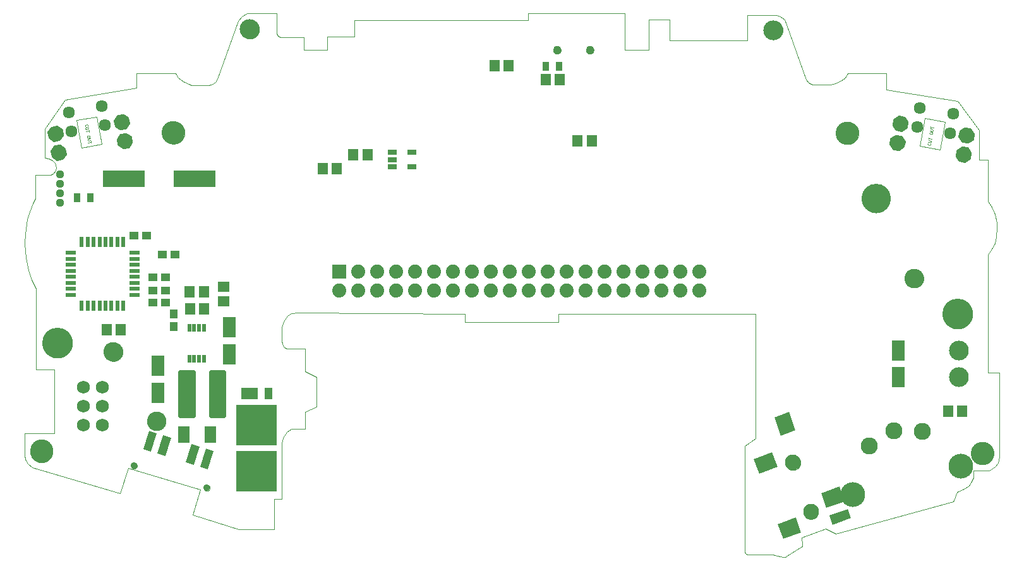
<source format=gbs>
G75*
%MOIN*%
%OFA0B0*%
%FSLAX25Y25*%
%IPPOS*%
%LPD*%
%AMOC8*
5,1,8,0,0,1.08239X$1,22.5*
%
%ADD10C,0.00000*%
%ADD11C,0.12211*%
%ADD12C,0.10400*%
%ADD13C,0.10243*%
%ADD14C,0.15361*%
%ADD15C,0.16148*%
%ADD16R,0.07400X0.07400*%
%ADD17C,0.07400*%
%ADD18C,0.00039*%
%ADD19C,0.01615*%
%ADD20C,0.06337*%
%ADD21C,0.00100*%
%ADD22R,0.05518X0.06306*%
%ADD23R,0.03550X0.05124*%
%ADD24C,0.10243*%
%ADD25R,0.21654X0.21654*%
%ADD26R,0.06699X0.10636*%
%ADD27R,0.01969X0.04232*%
%ADD28C,0.02265*%
%ADD29R,0.09061X0.05912*%
%ADD30R,0.03943X0.05912*%
%ADD31R,0.06306X0.05518*%
%ADD32R,0.05124X0.02565*%
%ADD33R,0.05400X0.02400*%
%ADD34R,0.02400X0.05400*%
%ADD35R,0.22400X0.08700*%
%ADD36R,0.04731X0.04337*%
%ADD37C,0.06800*%
%ADD38C,0.04337*%
%ADD39C,0.04400*%
%ADD40C,0.13061*%
%ADD41C,0.09000*%
%ADD42R,0.08274X0.10243*%
%ADD43R,0.05124X0.10243*%
%ADD44C,0.08274*%
%ADD45R,0.06306X0.08668*%
%ADD46R,0.04337X0.04731*%
%ADD47C,0.03550*%
%ADD48R,0.04337X0.10243*%
D10*
X0009602Y0057240D02*
X0055895Y0043393D01*
X0060345Y0056843D01*
X0098403Y0045455D01*
X0094488Y0032013D01*
X0118750Y0024545D01*
X0137455Y0024545D01*
X0137455Y0040564D01*
X0141358Y0040564D01*
X0141358Y0069902D01*
X0142017Y0072901D01*
X0144094Y0075934D01*
X0146330Y0077410D01*
X0153863Y0077410D01*
X0153863Y0086553D01*
X0159644Y0089064D01*
X0159644Y0104722D01*
X0153773Y0107915D01*
X0153773Y0119698D01*
X0144067Y0119698D01*
X0142565Y0120609D01*
X0141603Y0122094D01*
X0141335Y0124257D01*
X0141335Y0131200D01*
X0142324Y0134249D01*
X0144466Y0136969D01*
X0146362Y0138411D01*
X0149658Y0138699D01*
X0238092Y0138173D01*
X0238092Y0133747D01*
X0287386Y0133747D01*
X0287386Y0138264D01*
X0391399Y0138264D01*
X0391399Y0072528D01*
X0385624Y0068600D01*
X0385624Y0013034D01*
X0385625Y0013034D02*
X0385627Y0012947D01*
X0385633Y0012860D01*
X0385642Y0012773D01*
X0385655Y0012687D01*
X0385672Y0012602D01*
X0385693Y0012517D01*
X0385717Y0012434D01*
X0385745Y0012351D01*
X0385776Y0012270D01*
X0385811Y0012190D01*
X0385850Y0012112D01*
X0385892Y0012036D01*
X0385937Y0011961D01*
X0385985Y0011889D01*
X0386036Y0011818D01*
X0386091Y0011750D01*
X0386148Y0011685D01*
X0386208Y0011622D01*
X0386271Y0011562D01*
X0386336Y0011504D01*
X0386404Y0011450D01*
X0386474Y0011398D01*
X0386546Y0011349D01*
X0386621Y0011304D01*
X0386697Y0011262D01*
X0386775Y0011223D01*
X0386854Y0011188D01*
X0386936Y0011156D01*
X0387018Y0011128D01*
X0387101Y0011104D01*
X0387186Y0011083D01*
X0387271Y0011065D01*
X0387357Y0011052D01*
X0387444Y0011042D01*
X0387531Y0011036D01*
X0387618Y0011034D01*
X0387617Y0011034D02*
X0400773Y0010988D01*
X0401275Y0010922D02*
X0405925Y0009698D01*
X0407521Y0009953D02*
X0415283Y0014980D01*
X0415283Y0014979D02*
X0415355Y0015028D01*
X0415425Y0015080D01*
X0415493Y0015135D01*
X0415558Y0015193D01*
X0415621Y0015254D01*
X0415680Y0015318D01*
X0415737Y0015384D01*
X0415792Y0015452D01*
X0415843Y0015523D01*
X0415891Y0015596D01*
X0415935Y0015671D01*
X0415977Y0015747D01*
X0416015Y0015826D01*
X0416049Y0015906D01*
X0416080Y0015988D01*
X0416108Y0016070D01*
X0416132Y0016154D01*
X0416152Y0016239D01*
X0416168Y0016325D01*
X0416181Y0016411D01*
X0416190Y0016498D01*
X0416195Y0016585D01*
X0416196Y0016672D01*
X0416193Y0016759D01*
X0416187Y0016846D01*
X0416177Y0016933D01*
X0416177Y0016934D02*
X0415721Y0020217D01*
X0428437Y0024871D01*
X0433837Y0022218D01*
X0495728Y0039022D01*
X0496073Y0039807D01*
X0497824Y0044090D01*
X0501389Y0045724D01*
X0503943Y0047414D01*
X0505509Y0049639D01*
X0506292Y0051782D01*
X0506292Y0055523D01*
X0514665Y0055523D01*
X0517566Y0057534D01*
X0519478Y0059578D01*
X0520116Y0062643D01*
X0520116Y0107227D01*
X0514006Y0107227D01*
X0514006Y0169460D01*
X0515984Y0172344D01*
X0517674Y0175558D01*
X0518374Y0178937D01*
X0518704Y0183841D01*
X0518704Y0186272D01*
X0517674Y0190640D01*
X0515819Y0195007D01*
X0514020Y0197397D01*
X0514020Y0219346D01*
X0509531Y0219346D01*
X0509531Y0235264D01*
X0498199Y0250439D01*
X0460244Y0256444D01*
X0460244Y0265015D01*
X0440176Y0265015D01*
X0438610Y0262831D01*
X0436427Y0261101D01*
X0433542Y0259741D01*
X0430905Y0259082D01*
X0421469Y0259082D01*
X0419491Y0260235D01*
X0418214Y0261925D01*
X0407655Y0290871D01*
X0406676Y0293344D01*
X0404410Y0295249D01*
X0402504Y0295919D01*
X0386897Y0295919D01*
X0386897Y0282577D01*
X0345892Y0282577D01*
X0345892Y0293329D01*
X0334947Y0293329D01*
X0334947Y0277426D01*
X0322392Y0277426D01*
X0322392Y0296732D01*
X0271302Y0296732D01*
X0271302Y0293089D01*
X0179743Y0293089D01*
X0179750Y0284354D01*
X0165504Y0284354D01*
X0165504Y0277596D01*
X0152977Y0277596D01*
X0152977Y0284280D01*
X0140649Y0284280D01*
X0139264Y0284939D01*
X0138671Y0286257D01*
X0138671Y0296686D01*
X0123199Y0296686D01*
X0120232Y0295162D01*
X0118254Y0292895D01*
X0107384Y0262144D01*
X0106406Y0260598D01*
X0104500Y0259259D01*
X0102440Y0258749D01*
X0093776Y0258749D01*
X0092899Y0259034D01*
X0089355Y0260806D01*
X0086677Y0262866D01*
X0085441Y0265132D01*
X0064879Y0265132D01*
X0064879Y0257303D01*
X0027011Y0251223D01*
X0016244Y0235727D01*
X0016244Y0220539D01*
X0018327Y0220170D01*
X0020411Y0219063D01*
X0021888Y0217744D01*
X0022257Y0215529D01*
X0022072Y0213736D01*
X0020886Y0212180D01*
X0019461Y0211615D01*
X0011533Y0211615D01*
X0011533Y0199511D01*
X0011390Y0199161D01*
X0010137Y0196359D01*
X0008423Y0192172D01*
X0006940Y0188250D01*
X0005918Y0180503D01*
X0005588Y0175130D01*
X0006346Y0167746D01*
X0007698Y0161120D01*
X0009412Y0156010D01*
X0011723Y0151494D01*
X0011723Y0108707D01*
X0021476Y0108707D01*
X0021476Y0075244D01*
X0005849Y0075244D01*
X0005849Y0063303D01*
X0006125Y0061554D01*
X0007542Y0059043D01*
X0009602Y0057240D01*
X0008681Y0065675D02*
X0008683Y0065828D01*
X0008689Y0065982D01*
X0008699Y0066135D01*
X0008713Y0066287D01*
X0008731Y0066440D01*
X0008753Y0066591D01*
X0008778Y0066742D01*
X0008808Y0066893D01*
X0008842Y0067043D01*
X0008879Y0067191D01*
X0008920Y0067339D01*
X0008965Y0067485D01*
X0009014Y0067631D01*
X0009067Y0067775D01*
X0009123Y0067917D01*
X0009183Y0068058D01*
X0009247Y0068198D01*
X0009314Y0068336D01*
X0009385Y0068472D01*
X0009460Y0068606D01*
X0009537Y0068738D01*
X0009619Y0068868D01*
X0009703Y0068996D01*
X0009791Y0069122D01*
X0009882Y0069245D01*
X0009976Y0069366D01*
X0010074Y0069484D01*
X0010174Y0069600D01*
X0010278Y0069713D01*
X0010384Y0069824D01*
X0010493Y0069932D01*
X0010605Y0070037D01*
X0010719Y0070138D01*
X0010837Y0070237D01*
X0010956Y0070333D01*
X0011078Y0070426D01*
X0011203Y0070515D01*
X0011330Y0070602D01*
X0011459Y0070684D01*
X0011590Y0070764D01*
X0011723Y0070840D01*
X0011858Y0070913D01*
X0011995Y0070982D01*
X0012134Y0071047D01*
X0012274Y0071109D01*
X0012416Y0071167D01*
X0012559Y0071222D01*
X0012704Y0071273D01*
X0012850Y0071320D01*
X0012997Y0071363D01*
X0013145Y0071402D01*
X0013294Y0071438D01*
X0013444Y0071469D01*
X0013595Y0071497D01*
X0013746Y0071521D01*
X0013899Y0071541D01*
X0014051Y0071557D01*
X0014204Y0071569D01*
X0014357Y0071577D01*
X0014510Y0071581D01*
X0014664Y0071581D01*
X0014817Y0071577D01*
X0014970Y0071569D01*
X0015123Y0071557D01*
X0015275Y0071541D01*
X0015428Y0071521D01*
X0015579Y0071497D01*
X0015730Y0071469D01*
X0015880Y0071438D01*
X0016029Y0071402D01*
X0016177Y0071363D01*
X0016324Y0071320D01*
X0016470Y0071273D01*
X0016615Y0071222D01*
X0016758Y0071167D01*
X0016900Y0071109D01*
X0017040Y0071047D01*
X0017179Y0070982D01*
X0017316Y0070913D01*
X0017451Y0070840D01*
X0017584Y0070764D01*
X0017715Y0070684D01*
X0017844Y0070602D01*
X0017971Y0070515D01*
X0018096Y0070426D01*
X0018218Y0070333D01*
X0018337Y0070237D01*
X0018455Y0070138D01*
X0018569Y0070037D01*
X0018681Y0069932D01*
X0018790Y0069824D01*
X0018896Y0069713D01*
X0019000Y0069600D01*
X0019100Y0069484D01*
X0019198Y0069366D01*
X0019292Y0069245D01*
X0019383Y0069122D01*
X0019471Y0068996D01*
X0019555Y0068868D01*
X0019637Y0068738D01*
X0019714Y0068606D01*
X0019789Y0068472D01*
X0019860Y0068336D01*
X0019927Y0068198D01*
X0019991Y0068058D01*
X0020051Y0067917D01*
X0020107Y0067775D01*
X0020160Y0067631D01*
X0020209Y0067485D01*
X0020254Y0067339D01*
X0020295Y0067191D01*
X0020332Y0067043D01*
X0020366Y0066893D01*
X0020396Y0066742D01*
X0020421Y0066591D01*
X0020443Y0066440D01*
X0020461Y0066287D01*
X0020475Y0066135D01*
X0020485Y0065982D01*
X0020491Y0065828D01*
X0020493Y0065675D01*
X0020491Y0065522D01*
X0020485Y0065368D01*
X0020475Y0065215D01*
X0020461Y0065063D01*
X0020443Y0064910D01*
X0020421Y0064759D01*
X0020396Y0064608D01*
X0020366Y0064457D01*
X0020332Y0064307D01*
X0020295Y0064159D01*
X0020254Y0064011D01*
X0020209Y0063865D01*
X0020160Y0063719D01*
X0020107Y0063575D01*
X0020051Y0063433D01*
X0019991Y0063292D01*
X0019927Y0063152D01*
X0019860Y0063014D01*
X0019789Y0062878D01*
X0019714Y0062744D01*
X0019637Y0062612D01*
X0019555Y0062482D01*
X0019471Y0062354D01*
X0019383Y0062228D01*
X0019292Y0062105D01*
X0019198Y0061984D01*
X0019100Y0061866D01*
X0019000Y0061750D01*
X0018896Y0061637D01*
X0018790Y0061526D01*
X0018681Y0061418D01*
X0018569Y0061313D01*
X0018455Y0061212D01*
X0018337Y0061113D01*
X0018218Y0061017D01*
X0018096Y0060924D01*
X0017971Y0060835D01*
X0017844Y0060748D01*
X0017715Y0060666D01*
X0017584Y0060586D01*
X0017451Y0060510D01*
X0017316Y0060437D01*
X0017179Y0060368D01*
X0017040Y0060303D01*
X0016900Y0060241D01*
X0016758Y0060183D01*
X0016615Y0060128D01*
X0016470Y0060077D01*
X0016324Y0060030D01*
X0016177Y0059987D01*
X0016029Y0059948D01*
X0015880Y0059912D01*
X0015730Y0059881D01*
X0015579Y0059853D01*
X0015428Y0059829D01*
X0015275Y0059809D01*
X0015123Y0059793D01*
X0014970Y0059781D01*
X0014817Y0059773D01*
X0014664Y0059769D01*
X0014510Y0059769D01*
X0014357Y0059773D01*
X0014204Y0059781D01*
X0014051Y0059793D01*
X0013899Y0059809D01*
X0013746Y0059829D01*
X0013595Y0059853D01*
X0013444Y0059881D01*
X0013294Y0059912D01*
X0013145Y0059948D01*
X0012997Y0059987D01*
X0012850Y0060030D01*
X0012704Y0060077D01*
X0012559Y0060128D01*
X0012416Y0060183D01*
X0012274Y0060241D01*
X0012134Y0060303D01*
X0011995Y0060368D01*
X0011858Y0060437D01*
X0011723Y0060510D01*
X0011590Y0060586D01*
X0011459Y0060666D01*
X0011330Y0060748D01*
X0011203Y0060835D01*
X0011078Y0060924D01*
X0010956Y0061017D01*
X0010837Y0061113D01*
X0010719Y0061212D01*
X0010605Y0061313D01*
X0010493Y0061418D01*
X0010384Y0061526D01*
X0010278Y0061637D01*
X0010174Y0061750D01*
X0010074Y0061866D01*
X0009976Y0061984D01*
X0009882Y0062105D01*
X0009791Y0062228D01*
X0009703Y0062354D01*
X0009619Y0062482D01*
X0009537Y0062612D01*
X0009460Y0062744D01*
X0009385Y0062878D01*
X0009314Y0063014D01*
X0009247Y0063152D01*
X0009183Y0063292D01*
X0009123Y0063433D01*
X0009067Y0063575D01*
X0009014Y0063719D01*
X0008965Y0063865D01*
X0008920Y0064011D01*
X0008879Y0064159D01*
X0008842Y0064307D01*
X0008808Y0064457D01*
X0008778Y0064608D01*
X0008753Y0064759D01*
X0008731Y0064910D01*
X0008713Y0065063D01*
X0008699Y0065215D01*
X0008689Y0065368D01*
X0008683Y0065522D01*
X0008681Y0065675D01*
X0061822Y0058041D02*
X0061824Y0058120D01*
X0061830Y0058199D01*
X0061840Y0058278D01*
X0061854Y0058356D01*
X0061871Y0058433D01*
X0061893Y0058509D01*
X0061918Y0058584D01*
X0061948Y0058657D01*
X0061980Y0058729D01*
X0062017Y0058800D01*
X0062057Y0058868D01*
X0062100Y0058934D01*
X0062146Y0058998D01*
X0062196Y0059060D01*
X0062249Y0059119D01*
X0062304Y0059175D01*
X0062363Y0059229D01*
X0062424Y0059279D01*
X0062487Y0059327D01*
X0062553Y0059371D01*
X0062621Y0059412D01*
X0062691Y0059449D01*
X0062762Y0059483D01*
X0062836Y0059513D01*
X0062910Y0059539D01*
X0062986Y0059561D01*
X0063063Y0059580D01*
X0063141Y0059595D01*
X0063219Y0059606D01*
X0063298Y0059613D01*
X0063377Y0059616D01*
X0063456Y0059615D01*
X0063535Y0059610D01*
X0063614Y0059601D01*
X0063692Y0059588D01*
X0063769Y0059571D01*
X0063846Y0059551D01*
X0063921Y0059526D01*
X0063995Y0059498D01*
X0064068Y0059466D01*
X0064138Y0059431D01*
X0064207Y0059392D01*
X0064274Y0059349D01*
X0064339Y0059303D01*
X0064401Y0059255D01*
X0064461Y0059203D01*
X0064518Y0059148D01*
X0064572Y0059090D01*
X0064623Y0059030D01*
X0064671Y0058967D01*
X0064716Y0058902D01*
X0064758Y0058834D01*
X0064796Y0058765D01*
X0064830Y0058694D01*
X0064861Y0058621D01*
X0064889Y0058546D01*
X0064912Y0058471D01*
X0064932Y0058394D01*
X0064948Y0058317D01*
X0064960Y0058238D01*
X0064968Y0058160D01*
X0064972Y0058081D01*
X0064972Y0058001D01*
X0064968Y0057922D01*
X0064960Y0057844D01*
X0064948Y0057765D01*
X0064932Y0057688D01*
X0064912Y0057611D01*
X0064889Y0057536D01*
X0064861Y0057461D01*
X0064830Y0057388D01*
X0064796Y0057317D01*
X0064758Y0057248D01*
X0064716Y0057180D01*
X0064671Y0057115D01*
X0064623Y0057052D01*
X0064572Y0056992D01*
X0064518Y0056934D01*
X0064461Y0056879D01*
X0064401Y0056827D01*
X0064339Y0056779D01*
X0064274Y0056733D01*
X0064207Y0056690D01*
X0064138Y0056651D01*
X0064068Y0056616D01*
X0063995Y0056584D01*
X0063921Y0056556D01*
X0063846Y0056531D01*
X0063769Y0056511D01*
X0063692Y0056494D01*
X0063614Y0056481D01*
X0063535Y0056472D01*
X0063456Y0056467D01*
X0063377Y0056466D01*
X0063298Y0056469D01*
X0063219Y0056476D01*
X0063141Y0056487D01*
X0063063Y0056502D01*
X0062986Y0056521D01*
X0062910Y0056543D01*
X0062836Y0056569D01*
X0062762Y0056599D01*
X0062691Y0056633D01*
X0062621Y0056670D01*
X0062553Y0056711D01*
X0062487Y0056755D01*
X0062424Y0056803D01*
X0062363Y0056853D01*
X0062304Y0056907D01*
X0062249Y0056963D01*
X0062196Y0057022D01*
X0062146Y0057084D01*
X0062100Y0057148D01*
X0062057Y0057214D01*
X0062017Y0057282D01*
X0061980Y0057353D01*
X0061948Y0057425D01*
X0061918Y0057498D01*
X0061893Y0057573D01*
X0061871Y0057649D01*
X0061854Y0057726D01*
X0061840Y0057804D01*
X0061830Y0057883D01*
X0061824Y0057962D01*
X0061822Y0058041D01*
X0100225Y0046300D02*
X0100227Y0046379D01*
X0100233Y0046458D01*
X0100243Y0046537D01*
X0100257Y0046615D01*
X0100274Y0046692D01*
X0100296Y0046768D01*
X0100321Y0046843D01*
X0100351Y0046916D01*
X0100383Y0046988D01*
X0100420Y0047059D01*
X0100460Y0047127D01*
X0100503Y0047193D01*
X0100549Y0047257D01*
X0100599Y0047319D01*
X0100652Y0047378D01*
X0100707Y0047434D01*
X0100766Y0047488D01*
X0100827Y0047538D01*
X0100890Y0047586D01*
X0100956Y0047630D01*
X0101024Y0047671D01*
X0101094Y0047708D01*
X0101165Y0047742D01*
X0101239Y0047772D01*
X0101313Y0047798D01*
X0101389Y0047820D01*
X0101466Y0047839D01*
X0101544Y0047854D01*
X0101622Y0047865D01*
X0101701Y0047872D01*
X0101780Y0047875D01*
X0101859Y0047874D01*
X0101938Y0047869D01*
X0102017Y0047860D01*
X0102095Y0047847D01*
X0102172Y0047830D01*
X0102249Y0047810D01*
X0102324Y0047785D01*
X0102398Y0047757D01*
X0102471Y0047725D01*
X0102541Y0047690D01*
X0102610Y0047651D01*
X0102677Y0047608D01*
X0102742Y0047562D01*
X0102804Y0047514D01*
X0102864Y0047462D01*
X0102921Y0047407D01*
X0102975Y0047349D01*
X0103026Y0047289D01*
X0103074Y0047226D01*
X0103119Y0047161D01*
X0103161Y0047093D01*
X0103199Y0047024D01*
X0103233Y0046953D01*
X0103264Y0046880D01*
X0103292Y0046805D01*
X0103315Y0046730D01*
X0103335Y0046653D01*
X0103351Y0046576D01*
X0103363Y0046497D01*
X0103371Y0046419D01*
X0103375Y0046340D01*
X0103375Y0046260D01*
X0103371Y0046181D01*
X0103363Y0046103D01*
X0103351Y0046024D01*
X0103335Y0045947D01*
X0103315Y0045870D01*
X0103292Y0045795D01*
X0103264Y0045720D01*
X0103233Y0045647D01*
X0103199Y0045576D01*
X0103161Y0045507D01*
X0103119Y0045439D01*
X0103074Y0045374D01*
X0103026Y0045311D01*
X0102975Y0045251D01*
X0102921Y0045193D01*
X0102864Y0045138D01*
X0102804Y0045086D01*
X0102742Y0045038D01*
X0102677Y0044992D01*
X0102610Y0044949D01*
X0102541Y0044910D01*
X0102471Y0044875D01*
X0102398Y0044843D01*
X0102324Y0044815D01*
X0102249Y0044790D01*
X0102172Y0044770D01*
X0102095Y0044753D01*
X0102017Y0044740D01*
X0101938Y0044731D01*
X0101859Y0044726D01*
X0101780Y0044725D01*
X0101701Y0044728D01*
X0101622Y0044735D01*
X0101544Y0044746D01*
X0101466Y0044761D01*
X0101389Y0044780D01*
X0101313Y0044802D01*
X0101239Y0044828D01*
X0101165Y0044858D01*
X0101094Y0044892D01*
X0101024Y0044929D01*
X0100956Y0044970D01*
X0100890Y0045014D01*
X0100827Y0045062D01*
X0100766Y0045112D01*
X0100707Y0045166D01*
X0100652Y0045222D01*
X0100599Y0045281D01*
X0100549Y0045343D01*
X0100503Y0045407D01*
X0100460Y0045473D01*
X0100420Y0045541D01*
X0100383Y0045612D01*
X0100351Y0045684D01*
X0100321Y0045757D01*
X0100296Y0045832D01*
X0100274Y0045908D01*
X0100257Y0045985D01*
X0100243Y0046063D01*
X0100233Y0046142D01*
X0100227Y0046221D01*
X0100225Y0046300D01*
X0070345Y0081566D02*
X0070347Y0081706D01*
X0070353Y0081846D01*
X0070363Y0081985D01*
X0070377Y0082124D01*
X0070395Y0082263D01*
X0070416Y0082401D01*
X0070442Y0082539D01*
X0070472Y0082676D01*
X0070505Y0082811D01*
X0070543Y0082946D01*
X0070584Y0083080D01*
X0070629Y0083213D01*
X0070677Y0083344D01*
X0070730Y0083473D01*
X0070786Y0083602D01*
X0070845Y0083728D01*
X0070909Y0083853D01*
X0070975Y0083976D01*
X0071046Y0084097D01*
X0071119Y0084216D01*
X0071196Y0084333D01*
X0071277Y0084447D01*
X0071360Y0084559D01*
X0071447Y0084669D01*
X0071537Y0084777D01*
X0071629Y0084881D01*
X0071725Y0084983D01*
X0071824Y0085083D01*
X0071925Y0085179D01*
X0072029Y0085273D01*
X0072136Y0085363D01*
X0072245Y0085450D01*
X0072357Y0085535D01*
X0072471Y0085616D01*
X0072587Y0085694D01*
X0072705Y0085768D01*
X0072826Y0085839D01*
X0072948Y0085907D01*
X0073073Y0085971D01*
X0073199Y0086032D01*
X0073326Y0086089D01*
X0073456Y0086142D01*
X0073587Y0086192D01*
X0073719Y0086237D01*
X0073852Y0086280D01*
X0073987Y0086318D01*
X0074122Y0086352D01*
X0074259Y0086383D01*
X0074396Y0086410D01*
X0074534Y0086432D01*
X0074673Y0086451D01*
X0074812Y0086466D01*
X0074951Y0086477D01*
X0075091Y0086484D01*
X0075231Y0086487D01*
X0075371Y0086486D01*
X0075511Y0086481D01*
X0075650Y0086472D01*
X0075790Y0086459D01*
X0075929Y0086442D01*
X0076067Y0086421D01*
X0076205Y0086397D01*
X0076342Y0086368D01*
X0076478Y0086336D01*
X0076613Y0086299D01*
X0076747Y0086259D01*
X0076880Y0086215D01*
X0077011Y0086167D01*
X0077141Y0086116D01*
X0077270Y0086061D01*
X0077397Y0086002D01*
X0077522Y0085939D01*
X0077645Y0085874D01*
X0077767Y0085804D01*
X0077886Y0085731D01*
X0078004Y0085655D01*
X0078119Y0085576D01*
X0078232Y0085493D01*
X0078342Y0085407D01*
X0078450Y0085318D01*
X0078555Y0085226D01*
X0078658Y0085131D01*
X0078758Y0085033D01*
X0078855Y0084933D01*
X0078949Y0084829D01*
X0079041Y0084723D01*
X0079129Y0084615D01*
X0079214Y0084504D01*
X0079296Y0084390D01*
X0079375Y0084274D01*
X0079450Y0084157D01*
X0079522Y0084037D01*
X0079590Y0083915D01*
X0079655Y0083791D01*
X0079717Y0083665D01*
X0079775Y0083538D01*
X0079829Y0083409D01*
X0079880Y0083278D01*
X0079926Y0083146D01*
X0079969Y0083013D01*
X0080009Y0082879D01*
X0080044Y0082744D01*
X0080076Y0082607D01*
X0080103Y0082470D01*
X0080127Y0082332D01*
X0080147Y0082194D01*
X0080163Y0082055D01*
X0080175Y0081915D01*
X0080183Y0081776D01*
X0080187Y0081636D01*
X0080187Y0081496D01*
X0080183Y0081356D01*
X0080175Y0081217D01*
X0080163Y0081077D01*
X0080147Y0080938D01*
X0080127Y0080800D01*
X0080103Y0080662D01*
X0080076Y0080525D01*
X0080044Y0080388D01*
X0080009Y0080253D01*
X0079969Y0080119D01*
X0079926Y0079986D01*
X0079880Y0079854D01*
X0079829Y0079723D01*
X0079775Y0079594D01*
X0079717Y0079467D01*
X0079655Y0079341D01*
X0079590Y0079217D01*
X0079522Y0079095D01*
X0079450Y0078975D01*
X0079375Y0078858D01*
X0079296Y0078742D01*
X0079214Y0078628D01*
X0079129Y0078517D01*
X0079041Y0078409D01*
X0078949Y0078303D01*
X0078855Y0078199D01*
X0078758Y0078099D01*
X0078658Y0078001D01*
X0078555Y0077906D01*
X0078450Y0077814D01*
X0078342Y0077725D01*
X0078232Y0077639D01*
X0078119Y0077556D01*
X0078004Y0077477D01*
X0077886Y0077401D01*
X0077767Y0077328D01*
X0077645Y0077258D01*
X0077522Y0077193D01*
X0077397Y0077130D01*
X0077270Y0077071D01*
X0077141Y0077016D01*
X0077011Y0076965D01*
X0076880Y0076917D01*
X0076747Y0076873D01*
X0076613Y0076833D01*
X0076478Y0076796D01*
X0076342Y0076764D01*
X0076205Y0076735D01*
X0076067Y0076711D01*
X0075929Y0076690D01*
X0075790Y0076673D01*
X0075650Y0076660D01*
X0075511Y0076651D01*
X0075371Y0076646D01*
X0075231Y0076645D01*
X0075091Y0076648D01*
X0074951Y0076655D01*
X0074812Y0076666D01*
X0074673Y0076681D01*
X0074534Y0076700D01*
X0074396Y0076722D01*
X0074259Y0076749D01*
X0074122Y0076780D01*
X0073987Y0076814D01*
X0073852Y0076852D01*
X0073719Y0076895D01*
X0073587Y0076940D01*
X0073456Y0076990D01*
X0073326Y0077043D01*
X0073199Y0077100D01*
X0073073Y0077161D01*
X0072948Y0077225D01*
X0072826Y0077293D01*
X0072705Y0077364D01*
X0072587Y0077438D01*
X0072471Y0077516D01*
X0072357Y0077597D01*
X0072245Y0077682D01*
X0072136Y0077769D01*
X0072029Y0077859D01*
X0071925Y0077953D01*
X0071824Y0078049D01*
X0071725Y0078149D01*
X0071629Y0078251D01*
X0071537Y0078355D01*
X0071447Y0078463D01*
X0071360Y0078573D01*
X0071277Y0078685D01*
X0071196Y0078799D01*
X0071119Y0078916D01*
X0071046Y0079035D01*
X0070975Y0079156D01*
X0070909Y0079279D01*
X0070845Y0079404D01*
X0070786Y0079530D01*
X0070730Y0079659D01*
X0070677Y0079788D01*
X0070629Y0079919D01*
X0070584Y0080052D01*
X0070543Y0080186D01*
X0070505Y0080321D01*
X0070472Y0080456D01*
X0070442Y0080593D01*
X0070416Y0080731D01*
X0070395Y0080869D01*
X0070377Y0081008D01*
X0070363Y0081147D01*
X0070353Y0081286D01*
X0070347Y0081426D01*
X0070345Y0081566D01*
X0047586Y0118128D02*
X0047588Y0118268D01*
X0047594Y0118408D01*
X0047604Y0118547D01*
X0047618Y0118686D01*
X0047636Y0118825D01*
X0047657Y0118963D01*
X0047683Y0119101D01*
X0047713Y0119238D01*
X0047746Y0119373D01*
X0047784Y0119508D01*
X0047825Y0119642D01*
X0047870Y0119775D01*
X0047918Y0119906D01*
X0047971Y0120035D01*
X0048027Y0120164D01*
X0048086Y0120290D01*
X0048150Y0120415D01*
X0048216Y0120538D01*
X0048287Y0120659D01*
X0048360Y0120778D01*
X0048437Y0120895D01*
X0048518Y0121009D01*
X0048601Y0121121D01*
X0048688Y0121231D01*
X0048778Y0121339D01*
X0048870Y0121443D01*
X0048966Y0121545D01*
X0049065Y0121645D01*
X0049166Y0121741D01*
X0049270Y0121835D01*
X0049377Y0121925D01*
X0049486Y0122012D01*
X0049598Y0122097D01*
X0049712Y0122178D01*
X0049828Y0122256D01*
X0049946Y0122330D01*
X0050067Y0122401D01*
X0050189Y0122469D01*
X0050314Y0122533D01*
X0050440Y0122594D01*
X0050567Y0122651D01*
X0050697Y0122704D01*
X0050828Y0122754D01*
X0050960Y0122799D01*
X0051093Y0122842D01*
X0051228Y0122880D01*
X0051363Y0122914D01*
X0051500Y0122945D01*
X0051637Y0122972D01*
X0051775Y0122994D01*
X0051914Y0123013D01*
X0052053Y0123028D01*
X0052192Y0123039D01*
X0052332Y0123046D01*
X0052472Y0123049D01*
X0052612Y0123048D01*
X0052752Y0123043D01*
X0052891Y0123034D01*
X0053031Y0123021D01*
X0053170Y0123004D01*
X0053308Y0122983D01*
X0053446Y0122959D01*
X0053583Y0122930D01*
X0053719Y0122898D01*
X0053854Y0122861D01*
X0053988Y0122821D01*
X0054121Y0122777D01*
X0054252Y0122729D01*
X0054382Y0122678D01*
X0054511Y0122623D01*
X0054638Y0122564D01*
X0054763Y0122501D01*
X0054886Y0122436D01*
X0055008Y0122366D01*
X0055127Y0122293D01*
X0055245Y0122217D01*
X0055360Y0122138D01*
X0055473Y0122055D01*
X0055583Y0121969D01*
X0055691Y0121880D01*
X0055796Y0121788D01*
X0055899Y0121693D01*
X0055999Y0121595D01*
X0056096Y0121495D01*
X0056190Y0121391D01*
X0056282Y0121285D01*
X0056370Y0121177D01*
X0056455Y0121066D01*
X0056537Y0120952D01*
X0056616Y0120836D01*
X0056691Y0120719D01*
X0056763Y0120599D01*
X0056831Y0120477D01*
X0056896Y0120353D01*
X0056958Y0120227D01*
X0057016Y0120100D01*
X0057070Y0119971D01*
X0057121Y0119840D01*
X0057167Y0119708D01*
X0057210Y0119575D01*
X0057250Y0119441D01*
X0057285Y0119306D01*
X0057317Y0119169D01*
X0057344Y0119032D01*
X0057368Y0118894D01*
X0057388Y0118756D01*
X0057404Y0118617D01*
X0057416Y0118477D01*
X0057424Y0118338D01*
X0057428Y0118198D01*
X0057428Y0118058D01*
X0057424Y0117918D01*
X0057416Y0117779D01*
X0057404Y0117639D01*
X0057388Y0117500D01*
X0057368Y0117362D01*
X0057344Y0117224D01*
X0057317Y0117087D01*
X0057285Y0116950D01*
X0057250Y0116815D01*
X0057210Y0116681D01*
X0057167Y0116548D01*
X0057121Y0116416D01*
X0057070Y0116285D01*
X0057016Y0116156D01*
X0056958Y0116029D01*
X0056896Y0115903D01*
X0056831Y0115779D01*
X0056763Y0115657D01*
X0056691Y0115537D01*
X0056616Y0115420D01*
X0056537Y0115304D01*
X0056455Y0115190D01*
X0056370Y0115079D01*
X0056282Y0114971D01*
X0056190Y0114865D01*
X0056096Y0114761D01*
X0055999Y0114661D01*
X0055899Y0114563D01*
X0055796Y0114468D01*
X0055691Y0114376D01*
X0055583Y0114287D01*
X0055473Y0114201D01*
X0055360Y0114118D01*
X0055245Y0114039D01*
X0055127Y0113963D01*
X0055008Y0113890D01*
X0054886Y0113820D01*
X0054763Y0113755D01*
X0054638Y0113692D01*
X0054511Y0113633D01*
X0054382Y0113578D01*
X0054252Y0113527D01*
X0054121Y0113479D01*
X0053988Y0113435D01*
X0053854Y0113395D01*
X0053719Y0113358D01*
X0053583Y0113326D01*
X0053446Y0113297D01*
X0053308Y0113273D01*
X0053170Y0113252D01*
X0053031Y0113235D01*
X0052891Y0113222D01*
X0052752Y0113213D01*
X0052612Y0113208D01*
X0052472Y0113207D01*
X0052332Y0113210D01*
X0052192Y0113217D01*
X0052053Y0113228D01*
X0051914Y0113243D01*
X0051775Y0113262D01*
X0051637Y0113284D01*
X0051500Y0113311D01*
X0051363Y0113342D01*
X0051228Y0113376D01*
X0051093Y0113414D01*
X0050960Y0113457D01*
X0050828Y0113502D01*
X0050697Y0113552D01*
X0050567Y0113605D01*
X0050440Y0113662D01*
X0050314Y0113723D01*
X0050189Y0113787D01*
X0050067Y0113855D01*
X0049946Y0113926D01*
X0049828Y0114000D01*
X0049712Y0114078D01*
X0049598Y0114159D01*
X0049486Y0114244D01*
X0049377Y0114331D01*
X0049270Y0114421D01*
X0049166Y0114515D01*
X0049065Y0114611D01*
X0048966Y0114711D01*
X0048870Y0114813D01*
X0048778Y0114917D01*
X0048688Y0115025D01*
X0048601Y0115135D01*
X0048518Y0115247D01*
X0048437Y0115361D01*
X0048360Y0115478D01*
X0048287Y0115597D01*
X0048216Y0115718D01*
X0048150Y0115841D01*
X0048086Y0115966D01*
X0048027Y0116092D01*
X0047971Y0116221D01*
X0047918Y0116350D01*
X0047870Y0116481D01*
X0047825Y0116614D01*
X0047784Y0116748D01*
X0047746Y0116883D01*
X0047713Y0117018D01*
X0047683Y0117155D01*
X0047657Y0117293D01*
X0047636Y0117431D01*
X0047618Y0117570D01*
X0047604Y0117709D01*
X0047594Y0117848D01*
X0047588Y0117988D01*
X0047586Y0118128D01*
X0015090Y0122855D02*
X0015092Y0123048D01*
X0015099Y0123241D01*
X0015111Y0123434D01*
X0015128Y0123627D01*
X0015149Y0123819D01*
X0015175Y0124010D01*
X0015206Y0124201D01*
X0015241Y0124391D01*
X0015281Y0124580D01*
X0015326Y0124768D01*
X0015375Y0124955D01*
X0015429Y0125141D01*
X0015487Y0125325D01*
X0015550Y0125508D01*
X0015618Y0125689D01*
X0015689Y0125868D01*
X0015766Y0126046D01*
X0015846Y0126222D01*
X0015931Y0126395D01*
X0016020Y0126567D01*
X0016113Y0126736D01*
X0016210Y0126903D01*
X0016312Y0127068D01*
X0016417Y0127230D01*
X0016526Y0127389D01*
X0016640Y0127546D01*
X0016757Y0127699D01*
X0016877Y0127850D01*
X0017002Y0127998D01*
X0017130Y0128143D01*
X0017261Y0128284D01*
X0017396Y0128423D01*
X0017535Y0128558D01*
X0017676Y0128689D01*
X0017821Y0128817D01*
X0017969Y0128942D01*
X0018120Y0129062D01*
X0018273Y0129179D01*
X0018430Y0129293D01*
X0018589Y0129402D01*
X0018751Y0129507D01*
X0018916Y0129609D01*
X0019083Y0129706D01*
X0019252Y0129799D01*
X0019424Y0129888D01*
X0019597Y0129973D01*
X0019773Y0130053D01*
X0019951Y0130130D01*
X0020130Y0130201D01*
X0020311Y0130269D01*
X0020494Y0130332D01*
X0020678Y0130390D01*
X0020864Y0130444D01*
X0021051Y0130493D01*
X0021239Y0130538D01*
X0021428Y0130578D01*
X0021618Y0130613D01*
X0021809Y0130644D01*
X0022000Y0130670D01*
X0022192Y0130691D01*
X0022385Y0130708D01*
X0022578Y0130720D01*
X0022771Y0130727D01*
X0022964Y0130729D01*
X0023157Y0130727D01*
X0023350Y0130720D01*
X0023543Y0130708D01*
X0023736Y0130691D01*
X0023928Y0130670D01*
X0024119Y0130644D01*
X0024310Y0130613D01*
X0024500Y0130578D01*
X0024689Y0130538D01*
X0024877Y0130493D01*
X0025064Y0130444D01*
X0025250Y0130390D01*
X0025434Y0130332D01*
X0025617Y0130269D01*
X0025798Y0130201D01*
X0025977Y0130130D01*
X0026155Y0130053D01*
X0026331Y0129973D01*
X0026504Y0129888D01*
X0026676Y0129799D01*
X0026845Y0129706D01*
X0027012Y0129609D01*
X0027177Y0129507D01*
X0027339Y0129402D01*
X0027498Y0129293D01*
X0027655Y0129179D01*
X0027808Y0129062D01*
X0027959Y0128942D01*
X0028107Y0128817D01*
X0028252Y0128689D01*
X0028393Y0128558D01*
X0028532Y0128423D01*
X0028667Y0128284D01*
X0028798Y0128143D01*
X0028926Y0127998D01*
X0029051Y0127850D01*
X0029171Y0127699D01*
X0029288Y0127546D01*
X0029402Y0127389D01*
X0029511Y0127230D01*
X0029616Y0127068D01*
X0029718Y0126903D01*
X0029815Y0126736D01*
X0029908Y0126567D01*
X0029997Y0126395D01*
X0030082Y0126222D01*
X0030162Y0126046D01*
X0030239Y0125868D01*
X0030310Y0125689D01*
X0030378Y0125508D01*
X0030441Y0125325D01*
X0030499Y0125141D01*
X0030553Y0124955D01*
X0030602Y0124768D01*
X0030647Y0124580D01*
X0030687Y0124391D01*
X0030722Y0124201D01*
X0030753Y0124010D01*
X0030779Y0123819D01*
X0030800Y0123627D01*
X0030817Y0123434D01*
X0030829Y0123241D01*
X0030836Y0123048D01*
X0030838Y0122855D01*
X0030836Y0122662D01*
X0030829Y0122469D01*
X0030817Y0122276D01*
X0030800Y0122083D01*
X0030779Y0121891D01*
X0030753Y0121700D01*
X0030722Y0121509D01*
X0030687Y0121319D01*
X0030647Y0121130D01*
X0030602Y0120942D01*
X0030553Y0120755D01*
X0030499Y0120569D01*
X0030441Y0120385D01*
X0030378Y0120202D01*
X0030310Y0120021D01*
X0030239Y0119842D01*
X0030162Y0119664D01*
X0030082Y0119488D01*
X0029997Y0119315D01*
X0029908Y0119143D01*
X0029815Y0118974D01*
X0029718Y0118807D01*
X0029616Y0118642D01*
X0029511Y0118480D01*
X0029402Y0118321D01*
X0029288Y0118164D01*
X0029171Y0118011D01*
X0029051Y0117860D01*
X0028926Y0117712D01*
X0028798Y0117567D01*
X0028667Y0117426D01*
X0028532Y0117287D01*
X0028393Y0117152D01*
X0028252Y0117021D01*
X0028107Y0116893D01*
X0027959Y0116768D01*
X0027808Y0116648D01*
X0027655Y0116531D01*
X0027498Y0116417D01*
X0027339Y0116308D01*
X0027177Y0116203D01*
X0027012Y0116101D01*
X0026845Y0116004D01*
X0026676Y0115911D01*
X0026504Y0115822D01*
X0026331Y0115737D01*
X0026155Y0115657D01*
X0025977Y0115580D01*
X0025798Y0115509D01*
X0025617Y0115441D01*
X0025434Y0115378D01*
X0025250Y0115320D01*
X0025064Y0115266D01*
X0024877Y0115217D01*
X0024689Y0115172D01*
X0024500Y0115132D01*
X0024310Y0115097D01*
X0024119Y0115066D01*
X0023928Y0115040D01*
X0023736Y0115019D01*
X0023543Y0115002D01*
X0023350Y0114990D01*
X0023157Y0114983D01*
X0022964Y0114981D01*
X0022771Y0114983D01*
X0022578Y0114990D01*
X0022385Y0115002D01*
X0022192Y0115019D01*
X0022000Y0115040D01*
X0021809Y0115066D01*
X0021618Y0115097D01*
X0021428Y0115132D01*
X0021239Y0115172D01*
X0021051Y0115217D01*
X0020864Y0115266D01*
X0020678Y0115320D01*
X0020494Y0115378D01*
X0020311Y0115441D01*
X0020130Y0115509D01*
X0019951Y0115580D01*
X0019773Y0115657D01*
X0019597Y0115737D01*
X0019424Y0115822D01*
X0019252Y0115911D01*
X0019083Y0116004D01*
X0018916Y0116101D01*
X0018751Y0116203D01*
X0018589Y0116308D01*
X0018430Y0116417D01*
X0018273Y0116531D01*
X0018120Y0116648D01*
X0017969Y0116768D01*
X0017821Y0116893D01*
X0017676Y0117021D01*
X0017535Y0117152D01*
X0017396Y0117287D01*
X0017261Y0117426D01*
X0017130Y0117567D01*
X0017002Y0117712D01*
X0016877Y0117860D01*
X0016757Y0118011D01*
X0016640Y0118164D01*
X0016526Y0118321D01*
X0016417Y0118480D01*
X0016312Y0118642D01*
X0016210Y0118807D01*
X0016113Y0118974D01*
X0016020Y0119143D01*
X0015931Y0119315D01*
X0015846Y0119488D01*
X0015766Y0119664D01*
X0015689Y0119842D01*
X0015618Y0120021D01*
X0015550Y0120202D01*
X0015487Y0120385D01*
X0015429Y0120569D01*
X0015375Y0120755D01*
X0015326Y0120942D01*
X0015281Y0121130D01*
X0015241Y0121319D01*
X0015206Y0121509D01*
X0015175Y0121700D01*
X0015149Y0121891D01*
X0015128Y0122083D01*
X0015111Y0122276D01*
X0015099Y0122469D01*
X0015092Y0122662D01*
X0015090Y0122855D01*
X0078308Y0233792D02*
X0078310Y0233945D01*
X0078316Y0234099D01*
X0078326Y0234252D01*
X0078340Y0234404D01*
X0078358Y0234557D01*
X0078380Y0234708D01*
X0078405Y0234859D01*
X0078435Y0235010D01*
X0078469Y0235160D01*
X0078506Y0235308D01*
X0078547Y0235456D01*
X0078592Y0235602D01*
X0078641Y0235748D01*
X0078694Y0235892D01*
X0078750Y0236034D01*
X0078810Y0236175D01*
X0078874Y0236315D01*
X0078941Y0236453D01*
X0079012Y0236589D01*
X0079087Y0236723D01*
X0079164Y0236855D01*
X0079246Y0236985D01*
X0079330Y0237113D01*
X0079418Y0237239D01*
X0079509Y0237362D01*
X0079603Y0237483D01*
X0079701Y0237601D01*
X0079801Y0237717D01*
X0079905Y0237830D01*
X0080011Y0237941D01*
X0080120Y0238049D01*
X0080232Y0238154D01*
X0080346Y0238255D01*
X0080464Y0238354D01*
X0080583Y0238450D01*
X0080705Y0238543D01*
X0080830Y0238632D01*
X0080957Y0238719D01*
X0081086Y0238801D01*
X0081217Y0238881D01*
X0081350Y0238957D01*
X0081485Y0239030D01*
X0081622Y0239099D01*
X0081761Y0239164D01*
X0081901Y0239226D01*
X0082043Y0239284D01*
X0082186Y0239339D01*
X0082331Y0239390D01*
X0082477Y0239437D01*
X0082624Y0239480D01*
X0082772Y0239519D01*
X0082921Y0239555D01*
X0083071Y0239586D01*
X0083222Y0239614D01*
X0083373Y0239638D01*
X0083526Y0239658D01*
X0083678Y0239674D01*
X0083831Y0239686D01*
X0083984Y0239694D01*
X0084137Y0239698D01*
X0084291Y0239698D01*
X0084444Y0239694D01*
X0084597Y0239686D01*
X0084750Y0239674D01*
X0084902Y0239658D01*
X0085055Y0239638D01*
X0085206Y0239614D01*
X0085357Y0239586D01*
X0085507Y0239555D01*
X0085656Y0239519D01*
X0085804Y0239480D01*
X0085951Y0239437D01*
X0086097Y0239390D01*
X0086242Y0239339D01*
X0086385Y0239284D01*
X0086527Y0239226D01*
X0086667Y0239164D01*
X0086806Y0239099D01*
X0086943Y0239030D01*
X0087078Y0238957D01*
X0087211Y0238881D01*
X0087342Y0238801D01*
X0087471Y0238719D01*
X0087598Y0238632D01*
X0087723Y0238543D01*
X0087845Y0238450D01*
X0087964Y0238354D01*
X0088082Y0238255D01*
X0088196Y0238154D01*
X0088308Y0238049D01*
X0088417Y0237941D01*
X0088523Y0237830D01*
X0088627Y0237717D01*
X0088727Y0237601D01*
X0088825Y0237483D01*
X0088919Y0237362D01*
X0089010Y0237239D01*
X0089098Y0237113D01*
X0089182Y0236985D01*
X0089264Y0236855D01*
X0089341Y0236723D01*
X0089416Y0236589D01*
X0089487Y0236453D01*
X0089554Y0236315D01*
X0089618Y0236175D01*
X0089678Y0236034D01*
X0089734Y0235892D01*
X0089787Y0235748D01*
X0089836Y0235602D01*
X0089881Y0235456D01*
X0089922Y0235308D01*
X0089959Y0235160D01*
X0089993Y0235010D01*
X0090023Y0234859D01*
X0090048Y0234708D01*
X0090070Y0234557D01*
X0090088Y0234404D01*
X0090102Y0234252D01*
X0090112Y0234099D01*
X0090118Y0233945D01*
X0090120Y0233792D01*
X0090118Y0233639D01*
X0090112Y0233485D01*
X0090102Y0233332D01*
X0090088Y0233180D01*
X0090070Y0233027D01*
X0090048Y0232876D01*
X0090023Y0232725D01*
X0089993Y0232574D01*
X0089959Y0232424D01*
X0089922Y0232276D01*
X0089881Y0232128D01*
X0089836Y0231982D01*
X0089787Y0231836D01*
X0089734Y0231692D01*
X0089678Y0231550D01*
X0089618Y0231409D01*
X0089554Y0231269D01*
X0089487Y0231131D01*
X0089416Y0230995D01*
X0089341Y0230861D01*
X0089264Y0230729D01*
X0089182Y0230599D01*
X0089098Y0230471D01*
X0089010Y0230345D01*
X0088919Y0230222D01*
X0088825Y0230101D01*
X0088727Y0229983D01*
X0088627Y0229867D01*
X0088523Y0229754D01*
X0088417Y0229643D01*
X0088308Y0229535D01*
X0088196Y0229430D01*
X0088082Y0229329D01*
X0087964Y0229230D01*
X0087845Y0229134D01*
X0087723Y0229041D01*
X0087598Y0228952D01*
X0087471Y0228865D01*
X0087342Y0228783D01*
X0087211Y0228703D01*
X0087078Y0228627D01*
X0086943Y0228554D01*
X0086806Y0228485D01*
X0086667Y0228420D01*
X0086527Y0228358D01*
X0086385Y0228300D01*
X0086242Y0228245D01*
X0086097Y0228194D01*
X0085951Y0228147D01*
X0085804Y0228104D01*
X0085656Y0228065D01*
X0085507Y0228029D01*
X0085357Y0227998D01*
X0085206Y0227970D01*
X0085055Y0227946D01*
X0084902Y0227926D01*
X0084750Y0227910D01*
X0084597Y0227898D01*
X0084444Y0227890D01*
X0084291Y0227886D01*
X0084137Y0227886D01*
X0083984Y0227890D01*
X0083831Y0227898D01*
X0083678Y0227910D01*
X0083526Y0227926D01*
X0083373Y0227946D01*
X0083222Y0227970D01*
X0083071Y0227998D01*
X0082921Y0228029D01*
X0082772Y0228065D01*
X0082624Y0228104D01*
X0082477Y0228147D01*
X0082331Y0228194D01*
X0082186Y0228245D01*
X0082043Y0228300D01*
X0081901Y0228358D01*
X0081761Y0228420D01*
X0081622Y0228485D01*
X0081485Y0228554D01*
X0081350Y0228627D01*
X0081217Y0228703D01*
X0081086Y0228783D01*
X0080957Y0228865D01*
X0080830Y0228952D01*
X0080705Y0229041D01*
X0080583Y0229134D01*
X0080464Y0229230D01*
X0080346Y0229329D01*
X0080232Y0229430D01*
X0080120Y0229535D01*
X0080011Y0229643D01*
X0079905Y0229754D01*
X0079801Y0229867D01*
X0079701Y0229983D01*
X0079603Y0230101D01*
X0079509Y0230222D01*
X0079418Y0230345D01*
X0079330Y0230471D01*
X0079246Y0230599D01*
X0079164Y0230729D01*
X0079087Y0230861D01*
X0079012Y0230995D01*
X0078941Y0231131D01*
X0078874Y0231269D01*
X0078810Y0231409D01*
X0078750Y0231550D01*
X0078694Y0231692D01*
X0078641Y0231836D01*
X0078592Y0231982D01*
X0078547Y0232128D01*
X0078506Y0232276D01*
X0078469Y0232424D01*
X0078435Y0232574D01*
X0078405Y0232725D01*
X0078380Y0232876D01*
X0078358Y0233027D01*
X0078340Y0233180D01*
X0078326Y0233332D01*
X0078316Y0233485D01*
X0078310Y0233639D01*
X0078308Y0233792D01*
X0119524Y0288343D02*
X0119526Y0288484D01*
X0119532Y0288625D01*
X0119542Y0288765D01*
X0119556Y0288905D01*
X0119574Y0289045D01*
X0119595Y0289184D01*
X0119621Y0289323D01*
X0119650Y0289461D01*
X0119684Y0289597D01*
X0119721Y0289733D01*
X0119762Y0289868D01*
X0119807Y0290002D01*
X0119856Y0290134D01*
X0119908Y0290265D01*
X0119964Y0290394D01*
X0120024Y0290521D01*
X0120087Y0290647D01*
X0120153Y0290771D01*
X0120224Y0290894D01*
X0120297Y0291014D01*
X0120374Y0291132D01*
X0120454Y0291248D01*
X0120538Y0291361D01*
X0120624Y0291472D01*
X0120714Y0291581D01*
X0120807Y0291687D01*
X0120902Y0291790D01*
X0121001Y0291891D01*
X0121102Y0291989D01*
X0121206Y0292084D01*
X0121313Y0292176D01*
X0121422Y0292265D01*
X0121534Y0292350D01*
X0121648Y0292433D01*
X0121764Y0292513D01*
X0121883Y0292589D01*
X0122004Y0292661D01*
X0122126Y0292731D01*
X0122251Y0292796D01*
X0122377Y0292859D01*
X0122505Y0292917D01*
X0122635Y0292972D01*
X0122766Y0293024D01*
X0122899Y0293071D01*
X0123033Y0293115D01*
X0123168Y0293156D01*
X0123304Y0293192D01*
X0123441Y0293224D01*
X0123579Y0293253D01*
X0123717Y0293278D01*
X0123857Y0293298D01*
X0123997Y0293315D01*
X0124137Y0293328D01*
X0124278Y0293337D01*
X0124418Y0293342D01*
X0124559Y0293343D01*
X0124700Y0293340D01*
X0124841Y0293333D01*
X0124981Y0293322D01*
X0125121Y0293307D01*
X0125261Y0293288D01*
X0125400Y0293266D01*
X0125538Y0293239D01*
X0125676Y0293209D01*
X0125812Y0293174D01*
X0125948Y0293136D01*
X0126082Y0293094D01*
X0126216Y0293048D01*
X0126348Y0292999D01*
X0126478Y0292945D01*
X0126607Y0292888D01*
X0126734Y0292828D01*
X0126860Y0292764D01*
X0126983Y0292696D01*
X0127105Y0292625D01*
X0127225Y0292551D01*
X0127342Y0292473D01*
X0127457Y0292392D01*
X0127570Y0292308D01*
X0127681Y0292221D01*
X0127789Y0292130D01*
X0127894Y0292037D01*
X0127997Y0291940D01*
X0128097Y0291841D01*
X0128194Y0291739D01*
X0128288Y0291634D01*
X0128379Y0291527D01*
X0128467Y0291417D01*
X0128552Y0291305D01*
X0128634Y0291190D01*
X0128713Y0291073D01*
X0128788Y0290954D01*
X0128860Y0290833D01*
X0128928Y0290710D01*
X0128993Y0290585D01*
X0129055Y0290458D01*
X0129112Y0290329D01*
X0129167Y0290199D01*
X0129217Y0290068D01*
X0129264Y0289935D01*
X0129307Y0289801D01*
X0129346Y0289665D01*
X0129381Y0289529D01*
X0129413Y0289392D01*
X0129440Y0289254D01*
X0129464Y0289115D01*
X0129484Y0288975D01*
X0129500Y0288835D01*
X0129512Y0288695D01*
X0129520Y0288554D01*
X0129524Y0288413D01*
X0129524Y0288273D01*
X0129520Y0288132D01*
X0129512Y0287991D01*
X0129500Y0287851D01*
X0129484Y0287711D01*
X0129464Y0287571D01*
X0129440Y0287432D01*
X0129413Y0287294D01*
X0129381Y0287157D01*
X0129346Y0287021D01*
X0129307Y0286885D01*
X0129264Y0286751D01*
X0129217Y0286618D01*
X0129167Y0286487D01*
X0129112Y0286357D01*
X0129055Y0286228D01*
X0128993Y0286101D01*
X0128928Y0285976D01*
X0128860Y0285853D01*
X0128788Y0285732D01*
X0128713Y0285613D01*
X0128634Y0285496D01*
X0128552Y0285381D01*
X0128467Y0285269D01*
X0128379Y0285159D01*
X0128288Y0285052D01*
X0128194Y0284947D01*
X0128097Y0284845D01*
X0127997Y0284746D01*
X0127894Y0284649D01*
X0127789Y0284556D01*
X0127681Y0284465D01*
X0127570Y0284378D01*
X0127457Y0284294D01*
X0127342Y0284213D01*
X0127225Y0284135D01*
X0127105Y0284061D01*
X0126983Y0283990D01*
X0126860Y0283922D01*
X0126734Y0283858D01*
X0126607Y0283798D01*
X0126478Y0283741D01*
X0126348Y0283687D01*
X0126216Y0283638D01*
X0126082Y0283592D01*
X0125948Y0283550D01*
X0125812Y0283512D01*
X0125676Y0283477D01*
X0125538Y0283447D01*
X0125400Y0283420D01*
X0125261Y0283398D01*
X0125121Y0283379D01*
X0124981Y0283364D01*
X0124841Y0283353D01*
X0124700Y0283346D01*
X0124559Y0283343D01*
X0124418Y0283344D01*
X0124278Y0283349D01*
X0124137Y0283358D01*
X0123997Y0283371D01*
X0123857Y0283388D01*
X0123717Y0283408D01*
X0123579Y0283433D01*
X0123441Y0283462D01*
X0123304Y0283494D01*
X0123168Y0283530D01*
X0123033Y0283571D01*
X0122899Y0283615D01*
X0122766Y0283662D01*
X0122635Y0283714D01*
X0122505Y0283769D01*
X0122377Y0283827D01*
X0122251Y0283890D01*
X0122126Y0283955D01*
X0122004Y0284025D01*
X0121883Y0284097D01*
X0121764Y0284173D01*
X0121648Y0284253D01*
X0121534Y0284336D01*
X0121422Y0284421D01*
X0121313Y0284510D01*
X0121206Y0284602D01*
X0121102Y0284697D01*
X0121001Y0284795D01*
X0120902Y0284896D01*
X0120807Y0284999D01*
X0120714Y0285105D01*
X0120624Y0285214D01*
X0120538Y0285325D01*
X0120454Y0285438D01*
X0120374Y0285554D01*
X0120297Y0285672D01*
X0120224Y0285792D01*
X0120153Y0285915D01*
X0120087Y0286039D01*
X0120024Y0286165D01*
X0119964Y0286292D01*
X0119908Y0286421D01*
X0119856Y0286552D01*
X0119807Y0286684D01*
X0119762Y0286818D01*
X0119721Y0286953D01*
X0119684Y0287089D01*
X0119650Y0287225D01*
X0119621Y0287363D01*
X0119595Y0287502D01*
X0119574Y0287641D01*
X0119556Y0287781D01*
X0119542Y0287921D01*
X0119532Y0288061D01*
X0119526Y0288202D01*
X0119524Y0288343D01*
X0284670Y0277363D02*
X0284672Y0277451D01*
X0284678Y0277539D01*
X0284688Y0277627D01*
X0284702Y0277715D01*
X0284719Y0277801D01*
X0284741Y0277887D01*
X0284766Y0277971D01*
X0284796Y0278055D01*
X0284828Y0278137D01*
X0284865Y0278217D01*
X0284905Y0278296D01*
X0284949Y0278373D01*
X0284996Y0278448D01*
X0285046Y0278520D01*
X0285100Y0278591D01*
X0285156Y0278658D01*
X0285216Y0278724D01*
X0285278Y0278786D01*
X0285344Y0278846D01*
X0285411Y0278902D01*
X0285482Y0278956D01*
X0285554Y0279006D01*
X0285629Y0279053D01*
X0285706Y0279097D01*
X0285785Y0279137D01*
X0285865Y0279174D01*
X0285947Y0279206D01*
X0286031Y0279236D01*
X0286115Y0279261D01*
X0286201Y0279283D01*
X0286287Y0279300D01*
X0286375Y0279314D01*
X0286463Y0279324D01*
X0286551Y0279330D01*
X0286639Y0279332D01*
X0286727Y0279330D01*
X0286815Y0279324D01*
X0286903Y0279314D01*
X0286991Y0279300D01*
X0287077Y0279283D01*
X0287163Y0279261D01*
X0287247Y0279236D01*
X0287331Y0279206D01*
X0287413Y0279174D01*
X0287493Y0279137D01*
X0287572Y0279097D01*
X0287649Y0279053D01*
X0287724Y0279006D01*
X0287796Y0278956D01*
X0287867Y0278902D01*
X0287934Y0278846D01*
X0288000Y0278786D01*
X0288062Y0278724D01*
X0288122Y0278658D01*
X0288178Y0278591D01*
X0288232Y0278520D01*
X0288282Y0278448D01*
X0288329Y0278373D01*
X0288373Y0278296D01*
X0288413Y0278217D01*
X0288450Y0278137D01*
X0288482Y0278055D01*
X0288512Y0277971D01*
X0288537Y0277887D01*
X0288559Y0277801D01*
X0288576Y0277715D01*
X0288590Y0277627D01*
X0288600Y0277539D01*
X0288606Y0277451D01*
X0288608Y0277363D01*
X0288606Y0277275D01*
X0288600Y0277187D01*
X0288590Y0277099D01*
X0288576Y0277011D01*
X0288559Y0276925D01*
X0288537Y0276839D01*
X0288512Y0276755D01*
X0288482Y0276671D01*
X0288450Y0276589D01*
X0288413Y0276509D01*
X0288373Y0276430D01*
X0288329Y0276353D01*
X0288282Y0276278D01*
X0288232Y0276206D01*
X0288178Y0276135D01*
X0288122Y0276068D01*
X0288062Y0276002D01*
X0288000Y0275940D01*
X0287934Y0275880D01*
X0287867Y0275824D01*
X0287796Y0275770D01*
X0287724Y0275720D01*
X0287649Y0275673D01*
X0287572Y0275629D01*
X0287493Y0275589D01*
X0287413Y0275552D01*
X0287331Y0275520D01*
X0287247Y0275490D01*
X0287163Y0275465D01*
X0287077Y0275443D01*
X0286991Y0275426D01*
X0286903Y0275412D01*
X0286815Y0275402D01*
X0286727Y0275396D01*
X0286639Y0275394D01*
X0286551Y0275396D01*
X0286463Y0275402D01*
X0286375Y0275412D01*
X0286287Y0275426D01*
X0286201Y0275443D01*
X0286115Y0275465D01*
X0286031Y0275490D01*
X0285947Y0275520D01*
X0285865Y0275552D01*
X0285785Y0275589D01*
X0285706Y0275629D01*
X0285629Y0275673D01*
X0285554Y0275720D01*
X0285482Y0275770D01*
X0285411Y0275824D01*
X0285344Y0275880D01*
X0285278Y0275940D01*
X0285216Y0276002D01*
X0285156Y0276068D01*
X0285100Y0276135D01*
X0285046Y0276206D01*
X0284996Y0276278D01*
X0284949Y0276353D01*
X0284905Y0276430D01*
X0284865Y0276509D01*
X0284828Y0276589D01*
X0284796Y0276671D01*
X0284766Y0276755D01*
X0284741Y0276839D01*
X0284719Y0276925D01*
X0284702Y0277011D01*
X0284688Y0277099D01*
X0284678Y0277187D01*
X0284672Y0277275D01*
X0284670Y0277363D01*
X0301992Y0277363D02*
X0301994Y0277451D01*
X0302000Y0277539D01*
X0302010Y0277627D01*
X0302024Y0277715D01*
X0302041Y0277801D01*
X0302063Y0277887D01*
X0302088Y0277971D01*
X0302118Y0278055D01*
X0302150Y0278137D01*
X0302187Y0278217D01*
X0302227Y0278296D01*
X0302271Y0278373D01*
X0302318Y0278448D01*
X0302368Y0278520D01*
X0302422Y0278591D01*
X0302478Y0278658D01*
X0302538Y0278724D01*
X0302600Y0278786D01*
X0302666Y0278846D01*
X0302733Y0278902D01*
X0302804Y0278956D01*
X0302876Y0279006D01*
X0302951Y0279053D01*
X0303028Y0279097D01*
X0303107Y0279137D01*
X0303187Y0279174D01*
X0303269Y0279206D01*
X0303353Y0279236D01*
X0303437Y0279261D01*
X0303523Y0279283D01*
X0303609Y0279300D01*
X0303697Y0279314D01*
X0303785Y0279324D01*
X0303873Y0279330D01*
X0303961Y0279332D01*
X0304049Y0279330D01*
X0304137Y0279324D01*
X0304225Y0279314D01*
X0304313Y0279300D01*
X0304399Y0279283D01*
X0304485Y0279261D01*
X0304569Y0279236D01*
X0304653Y0279206D01*
X0304735Y0279174D01*
X0304815Y0279137D01*
X0304894Y0279097D01*
X0304971Y0279053D01*
X0305046Y0279006D01*
X0305118Y0278956D01*
X0305189Y0278902D01*
X0305256Y0278846D01*
X0305322Y0278786D01*
X0305384Y0278724D01*
X0305444Y0278658D01*
X0305500Y0278591D01*
X0305554Y0278520D01*
X0305604Y0278448D01*
X0305651Y0278373D01*
X0305695Y0278296D01*
X0305735Y0278217D01*
X0305772Y0278137D01*
X0305804Y0278055D01*
X0305834Y0277971D01*
X0305859Y0277887D01*
X0305881Y0277801D01*
X0305898Y0277715D01*
X0305912Y0277627D01*
X0305922Y0277539D01*
X0305928Y0277451D01*
X0305930Y0277363D01*
X0305928Y0277275D01*
X0305922Y0277187D01*
X0305912Y0277099D01*
X0305898Y0277011D01*
X0305881Y0276925D01*
X0305859Y0276839D01*
X0305834Y0276755D01*
X0305804Y0276671D01*
X0305772Y0276589D01*
X0305735Y0276509D01*
X0305695Y0276430D01*
X0305651Y0276353D01*
X0305604Y0276278D01*
X0305554Y0276206D01*
X0305500Y0276135D01*
X0305444Y0276068D01*
X0305384Y0276002D01*
X0305322Y0275940D01*
X0305256Y0275880D01*
X0305189Y0275824D01*
X0305118Y0275770D01*
X0305046Y0275720D01*
X0304971Y0275673D01*
X0304894Y0275629D01*
X0304815Y0275589D01*
X0304735Y0275552D01*
X0304653Y0275520D01*
X0304569Y0275490D01*
X0304485Y0275465D01*
X0304399Y0275443D01*
X0304313Y0275426D01*
X0304225Y0275412D01*
X0304137Y0275402D01*
X0304049Y0275396D01*
X0303961Y0275394D01*
X0303873Y0275396D01*
X0303785Y0275402D01*
X0303697Y0275412D01*
X0303609Y0275426D01*
X0303523Y0275443D01*
X0303437Y0275465D01*
X0303353Y0275490D01*
X0303269Y0275520D01*
X0303187Y0275552D01*
X0303107Y0275589D01*
X0303028Y0275629D01*
X0302951Y0275673D01*
X0302876Y0275720D01*
X0302804Y0275770D01*
X0302733Y0275824D01*
X0302666Y0275880D01*
X0302600Y0275940D01*
X0302538Y0276002D01*
X0302478Y0276068D01*
X0302422Y0276135D01*
X0302368Y0276206D01*
X0302318Y0276278D01*
X0302271Y0276353D01*
X0302227Y0276430D01*
X0302187Y0276509D01*
X0302150Y0276589D01*
X0302118Y0276671D01*
X0302088Y0276755D01*
X0302063Y0276839D01*
X0302041Y0276925D01*
X0302024Y0277011D01*
X0302010Y0277099D01*
X0302000Y0277187D01*
X0301994Y0277275D01*
X0301992Y0277363D01*
X0395690Y0287932D02*
X0395692Y0288073D01*
X0395698Y0288214D01*
X0395708Y0288354D01*
X0395722Y0288494D01*
X0395740Y0288634D01*
X0395761Y0288773D01*
X0395787Y0288912D01*
X0395816Y0289050D01*
X0395850Y0289186D01*
X0395887Y0289322D01*
X0395928Y0289457D01*
X0395973Y0289591D01*
X0396022Y0289723D01*
X0396074Y0289854D01*
X0396130Y0289983D01*
X0396190Y0290110D01*
X0396253Y0290236D01*
X0396319Y0290360D01*
X0396390Y0290483D01*
X0396463Y0290603D01*
X0396540Y0290721D01*
X0396620Y0290837D01*
X0396704Y0290950D01*
X0396790Y0291061D01*
X0396880Y0291170D01*
X0396973Y0291276D01*
X0397068Y0291379D01*
X0397167Y0291480D01*
X0397268Y0291578D01*
X0397372Y0291673D01*
X0397479Y0291765D01*
X0397588Y0291854D01*
X0397700Y0291939D01*
X0397814Y0292022D01*
X0397930Y0292102D01*
X0398049Y0292178D01*
X0398170Y0292250D01*
X0398292Y0292320D01*
X0398417Y0292385D01*
X0398543Y0292448D01*
X0398671Y0292506D01*
X0398801Y0292561D01*
X0398932Y0292613D01*
X0399065Y0292660D01*
X0399199Y0292704D01*
X0399334Y0292745D01*
X0399470Y0292781D01*
X0399607Y0292813D01*
X0399745Y0292842D01*
X0399883Y0292867D01*
X0400023Y0292887D01*
X0400163Y0292904D01*
X0400303Y0292917D01*
X0400444Y0292926D01*
X0400584Y0292931D01*
X0400725Y0292932D01*
X0400866Y0292929D01*
X0401007Y0292922D01*
X0401147Y0292911D01*
X0401287Y0292896D01*
X0401427Y0292877D01*
X0401566Y0292855D01*
X0401704Y0292828D01*
X0401842Y0292798D01*
X0401978Y0292763D01*
X0402114Y0292725D01*
X0402248Y0292683D01*
X0402382Y0292637D01*
X0402514Y0292588D01*
X0402644Y0292534D01*
X0402773Y0292477D01*
X0402900Y0292417D01*
X0403026Y0292353D01*
X0403149Y0292285D01*
X0403271Y0292214D01*
X0403391Y0292140D01*
X0403508Y0292062D01*
X0403623Y0291981D01*
X0403736Y0291897D01*
X0403847Y0291810D01*
X0403955Y0291719D01*
X0404060Y0291626D01*
X0404163Y0291529D01*
X0404263Y0291430D01*
X0404360Y0291328D01*
X0404454Y0291223D01*
X0404545Y0291116D01*
X0404633Y0291006D01*
X0404718Y0290894D01*
X0404800Y0290779D01*
X0404879Y0290662D01*
X0404954Y0290543D01*
X0405026Y0290422D01*
X0405094Y0290299D01*
X0405159Y0290174D01*
X0405221Y0290047D01*
X0405278Y0289918D01*
X0405333Y0289788D01*
X0405383Y0289657D01*
X0405430Y0289524D01*
X0405473Y0289390D01*
X0405512Y0289254D01*
X0405547Y0289118D01*
X0405579Y0288981D01*
X0405606Y0288843D01*
X0405630Y0288704D01*
X0405650Y0288564D01*
X0405666Y0288424D01*
X0405678Y0288284D01*
X0405686Y0288143D01*
X0405690Y0288002D01*
X0405690Y0287862D01*
X0405686Y0287721D01*
X0405678Y0287580D01*
X0405666Y0287440D01*
X0405650Y0287300D01*
X0405630Y0287160D01*
X0405606Y0287021D01*
X0405579Y0286883D01*
X0405547Y0286746D01*
X0405512Y0286610D01*
X0405473Y0286474D01*
X0405430Y0286340D01*
X0405383Y0286207D01*
X0405333Y0286076D01*
X0405278Y0285946D01*
X0405221Y0285817D01*
X0405159Y0285690D01*
X0405094Y0285565D01*
X0405026Y0285442D01*
X0404954Y0285321D01*
X0404879Y0285202D01*
X0404800Y0285085D01*
X0404718Y0284970D01*
X0404633Y0284858D01*
X0404545Y0284748D01*
X0404454Y0284641D01*
X0404360Y0284536D01*
X0404263Y0284434D01*
X0404163Y0284335D01*
X0404060Y0284238D01*
X0403955Y0284145D01*
X0403847Y0284054D01*
X0403736Y0283967D01*
X0403623Y0283883D01*
X0403508Y0283802D01*
X0403391Y0283724D01*
X0403271Y0283650D01*
X0403149Y0283579D01*
X0403026Y0283511D01*
X0402900Y0283447D01*
X0402773Y0283387D01*
X0402644Y0283330D01*
X0402514Y0283276D01*
X0402382Y0283227D01*
X0402248Y0283181D01*
X0402114Y0283139D01*
X0401978Y0283101D01*
X0401842Y0283066D01*
X0401704Y0283036D01*
X0401566Y0283009D01*
X0401427Y0282987D01*
X0401287Y0282968D01*
X0401147Y0282953D01*
X0401007Y0282942D01*
X0400866Y0282935D01*
X0400725Y0282932D01*
X0400584Y0282933D01*
X0400444Y0282938D01*
X0400303Y0282947D01*
X0400163Y0282960D01*
X0400023Y0282977D01*
X0399883Y0282997D01*
X0399745Y0283022D01*
X0399607Y0283051D01*
X0399470Y0283083D01*
X0399334Y0283119D01*
X0399199Y0283160D01*
X0399065Y0283204D01*
X0398932Y0283251D01*
X0398801Y0283303D01*
X0398671Y0283358D01*
X0398543Y0283416D01*
X0398417Y0283479D01*
X0398292Y0283544D01*
X0398170Y0283614D01*
X0398049Y0283686D01*
X0397930Y0283762D01*
X0397814Y0283842D01*
X0397700Y0283925D01*
X0397588Y0284010D01*
X0397479Y0284099D01*
X0397372Y0284191D01*
X0397268Y0284286D01*
X0397167Y0284384D01*
X0397068Y0284485D01*
X0396973Y0284588D01*
X0396880Y0284694D01*
X0396790Y0284803D01*
X0396704Y0284914D01*
X0396620Y0285027D01*
X0396540Y0285143D01*
X0396463Y0285261D01*
X0396390Y0285381D01*
X0396319Y0285504D01*
X0396253Y0285628D01*
X0396190Y0285754D01*
X0396130Y0285881D01*
X0396074Y0286010D01*
X0396022Y0286141D01*
X0395973Y0286273D01*
X0395928Y0286407D01*
X0395887Y0286542D01*
X0395850Y0286678D01*
X0395816Y0286814D01*
X0395787Y0286952D01*
X0395761Y0287091D01*
X0395740Y0287230D01*
X0395722Y0287370D01*
X0395708Y0287510D01*
X0395698Y0287650D01*
X0395692Y0287791D01*
X0395690Y0287932D01*
X0433956Y0233573D02*
X0433958Y0233726D01*
X0433964Y0233880D01*
X0433974Y0234033D01*
X0433988Y0234185D01*
X0434006Y0234338D01*
X0434028Y0234489D01*
X0434053Y0234640D01*
X0434083Y0234791D01*
X0434117Y0234941D01*
X0434154Y0235089D01*
X0434195Y0235237D01*
X0434240Y0235383D01*
X0434289Y0235529D01*
X0434342Y0235673D01*
X0434398Y0235815D01*
X0434458Y0235956D01*
X0434522Y0236096D01*
X0434589Y0236234D01*
X0434660Y0236370D01*
X0434735Y0236504D01*
X0434812Y0236636D01*
X0434894Y0236766D01*
X0434978Y0236894D01*
X0435066Y0237020D01*
X0435157Y0237143D01*
X0435251Y0237264D01*
X0435349Y0237382D01*
X0435449Y0237498D01*
X0435553Y0237611D01*
X0435659Y0237722D01*
X0435768Y0237830D01*
X0435880Y0237935D01*
X0435994Y0238036D01*
X0436112Y0238135D01*
X0436231Y0238231D01*
X0436353Y0238324D01*
X0436478Y0238413D01*
X0436605Y0238500D01*
X0436734Y0238582D01*
X0436865Y0238662D01*
X0436998Y0238738D01*
X0437133Y0238811D01*
X0437270Y0238880D01*
X0437409Y0238945D01*
X0437549Y0239007D01*
X0437691Y0239065D01*
X0437834Y0239120D01*
X0437979Y0239171D01*
X0438125Y0239218D01*
X0438272Y0239261D01*
X0438420Y0239300D01*
X0438569Y0239336D01*
X0438719Y0239367D01*
X0438870Y0239395D01*
X0439021Y0239419D01*
X0439174Y0239439D01*
X0439326Y0239455D01*
X0439479Y0239467D01*
X0439632Y0239475D01*
X0439785Y0239479D01*
X0439939Y0239479D01*
X0440092Y0239475D01*
X0440245Y0239467D01*
X0440398Y0239455D01*
X0440550Y0239439D01*
X0440703Y0239419D01*
X0440854Y0239395D01*
X0441005Y0239367D01*
X0441155Y0239336D01*
X0441304Y0239300D01*
X0441452Y0239261D01*
X0441599Y0239218D01*
X0441745Y0239171D01*
X0441890Y0239120D01*
X0442033Y0239065D01*
X0442175Y0239007D01*
X0442315Y0238945D01*
X0442454Y0238880D01*
X0442591Y0238811D01*
X0442726Y0238738D01*
X0442859Y0238662D01*
X0442990Y0238582D01*
X0443119Y0238500D01*
X0443246Y0238413D01*
X0443371Y0238324D01*
X0443493Y0238231D01*
X0443612Y0238135D01*
X0443730Y0238036D01*
X0443844Y0237935D01*
X0443956Y0237830D01*
X0444065Y0237722D01*
X0444171Y0237611D01*
X0444275Y0237498D01*
X0444375Y0237382D01*
X0444473Y0237264D01*
X0444567Y0237143D01*
X0444658Y0237020D01*
X0444746Y0236894D01*
X0444830Y0236766D01*
X0444912Y0236636D01*
X0444989Y0236504D01*
X0445064Y0236370D01*
X0445135Y0236234D01*
X0445202Y0236096D01*
X0445266Y0235956D01*
X0445326Y0235815D01*
X0445382Y0235673D01*
X0445435Y0235529D01*
X0445484Y0235383D01*
X0445529Y0235237D01*
X0445570Y0235089D01*
X0445607Y0234941D01*
X0445641Y0234791D01*
X0445671Y0234640D01*
X0445696Y0234489D01*
X0445718Y0234338D01*
X0445736Y0234185D01*
X0445750Y0234033D01*
X0445760Y0233880D01*
X0445766Y0233726D01*
X0445768Y0233573D01*
X0445766Y0233420D01*
X0445760Y0233266D01*
X0445750Y0233113D01*
X0445736Y0232961D01*
X0445718Y0232808D01*
X0445696Y0232657D01*
X0445671Y0232506D01*
X0445641Y0232355D01*
X0445607Y0232205D01*
X0445570Y0232057D01*
X0445529Y0231909D01*
X0445484Y0231763D01*
X0445435Y0231617D01*
X0445382Y0231473D01*
X0445326Y0231331D01*
X0445266Y0231190D01*
X0445202Y0231050D01*
X0445135Y0230912D01*
X0445064Y0230776D01*
X0444989Y0230642D01*
X0444912Y0230510D01*
X0444830Y0230380D01*
X0444746Y0230252D01*
X0444658Y0230126D01*
X0444567Y0230003D01*
X0444473Y0229882D01*
X0444375Y0229764D01*
X0444275Y0229648D01*
X0444171Y0229535D01*
X0444065Y0229424D01*
X0443956Y0229316D01*
X0443844Y0229211D01*
X0443730Y0229110D01*
X0443612Y0229011D01*
X0443493Y0228915D01*
X0443371Y0228822D01*
X0443246Y0228733D01*
X0443119Y0228646D01*
X0442990Y0228564D01*
X0442859Y0228484D01*
X0442726Y0228408D01*
X0442591Y0228335D01*
X0442454Y0228266D01*
X0442315Y0228201D01*
X0442175Y0228139D01*
X0442033Y0228081D01*
X0441890Y0228026D01*
X0441745Y0227975D01*
X0441599Y0227928D01*
X0441452Y0227885D01*
X0441304Y0227846D01*
X0441155Y0227810D01*
X0441005Y0227779D01*
X0440854Y0227751D01*
X0440703Y0227727D01*
X0440550Y0227707D01*
X0440398Y0227691D01*
X0440245Y0227679D01*
X0440092Y0227671D01*
X0439939Y0227667D01*
X0439785Y0227667D01*
X0439632Y0227671D01*
X0439479Y0227679D01*
X0439326Y0227691D01*
X0439174Y0227707D01*
X0439021Y0227727D01*
X0438870Y0227751D01*
X0438719Y0227779D01*
X0438569Y0227810D01*
X0438420Y0227846D01*
X0438272Y0227885D01*
X0438125Y0227928D01*
X0437979Y0227975D01*
X0437834Y0228026D01*
X0437691Y0228081D01*
X0437549Y0228139D01*
X0437409Y0228201D01*
X0437270Y0228266D01*
X0437133Y0228335D01*
X0436998Y0228408D01*
X0436865Y0228484D01*
X0436734Y0228564D01*
X0436605Y0228646D01*
X0436478Y0228733D01*
X0436353Y0228822D01*
X0436231Y0228915D01*
X0436112Y0229011D01*
X0435994Y0229110D01*
X0435880Y0229211D01*
X0435768Y0229316D01*
X0435659Y0229424D01*
X0435553Y0229535D01*
X0435449Y0229648D01*
X0435349Y0229764D01*
X0435251Y0229882D01*
X0435157Y0230003D01*
X0435066Y0230126D01*
X0434978Y0230252D01*
X0434894Y0230380D01*
X0434812Y0230510D01*
X0434735Y0230642D01*
X0434660Y0230776D01*
X0434589Y0230912D01*
X0434522Y0231050D01*
X0434458Y0231190D01*
X0434398Y0231331D01*
X0434342Y0231473D01*
X0434289Y0231617D01*
X0434240Y0231763D01*
X0434195Y0231909D01*
X0434154Y0232057D01*
X0434117Y0232205D01*
X0434083Y0232355D01*
X0434053Y0232506D01*
X0434028Y0232657D01*
X0434006Y0232808D01*
X0433988Y0232961D01*
X0433974Y0233113D01*
X0433964Y0233266D01*
X0433958Y0233420D01*
X0433956Y0233573D01*
X0447442Y0199091D02*
X0447444Y0199275D01*
X0447451Y0199458D01*
X0447462Y0199641D01*
X0447478Y0199824D01*
X0447498Y0200007D01*
X0447523Y0200189D01*
X0447552Y0200370D01*
X0447586Y0200550D01*
X0447624Y0200730D01*
X0447666Y0200908D01*
X0447713Y0201086D01*
X0447764Y0201262D01*
X0447820Y0201437D01*
X0447879Y0201611D01*
X0447943Y0201783D01*
X0448011Y0201953D01*
X0448084Y0202122D01*
X0448160Y0202289D01*
X0448241Y0202454D01*
X0448325Y0202617D01*
X0448414Y0202778D01*
X0448506Y0202936D01*
X0448602Y0203093D01*
X0448703Y0203247D01*
X0448806Y0203398D01*
X0448914Y0203547D01*
X0449025Y0203693D01*
X0449140Y0203836D01*
X0449258Y0203977D01*
X0449380Y0204114D01*
X0449505Y0204249D01*
X0449633Y0204380D01*
X0449764Y0204508D01*
X0449899Y0204633D01*
X0450036Y0204755D01*
X0450177Y0204873D01*
X0450320Y0204988D01*
X0450466Y0205099D01*
X0450615Y0205207D01*
X0450766Y0205310D01*
X0450920Y0205411D01*
X0451077Y0205507D01*
X0451235Y0205599D01*
X0451396Y0205688D01*
X0451559Y0205772D01*
X0451724Y0205853D01*
X0451891Y0205929D01*
X0452060Y0206002D01*
X0452230Y0206070D01*
X0452402Y0206134D01*
X0452576Y0206193D01*
X0452751Y0206249D01*
X0452927Y0206300D01*
X0453105Y0206347D01*
X0453283Y0206389D01*
X0453463Y0206427D01*
X0453643Y0206461D01*
X0453824Y0206490D01*
X0454006Y0206515D01*
X0454189Y0206535D01*
X0454372Y0206551D01*
X0454555Y0206562D01*
X0454738Y0206569D01*
X0454922Y0206571D01*
X0455106Y0206569D01*
X0455289Y0206562D01*
X0455472Y0206551D01*
X0455655Y0206535D01*
X0455838Y0206515D01*
X0456020Y0206490D01*
X0456201Y0206461D01*
X0456381Y0206427D01*
X0456561Y0206389D01*
X0456739Y0206347D01*
X0456917Y0206300D01*
X0457093Y0206249D01*
X0457268Y0206193D01*
X0457442Y0206134D01*
X0457614Y0206070D01*
X0457784Y0206002D01*
X0457953Y0205929D01*
X0458120Y0205853D01*
X0458285Y0205772D01*
X0458448Y0205688D01*
X0458609Y0205599D01*
X0458767Y0205507D01*
X0458924Y0205411D01*
X0459078Y0205310D01*
X0459229Y0205207D01*
X0459378Y0205099D01*
X0459524Y0204988D01*
X0459667Y0204873D01*
X0459808Y0204755D01*
X0459945Y0204633D01*
X0460080Y0204508D01*
X0460211Y0204380D01*
X0460339Y0204249D01*
X0460464Y0204114D01*
X0460586Y0203977D01*
X0460704Y0203836D01*
X0460819Y0203693D01*
X0460930Y0203547D01*
X0461038Y0203398D01*
X0461141Y0203247D01*
X0461242Y0203093D01*
X0461338Y0202936D01*
X0461430Y0202778D01*
X0461519Y0202617D01*
X0461603Y0202454D01*
X0461684Y0202289D01*
X0461760Y0202122D01*
X0461833Y0201953D01*
X0461901Y0201783D01*
X0461965Y0201611D01*
X0462024Y0201437D01*
X0462080Y0201262D01*
X0462131Y0201086D01*
X0462178Y0200908D01*
X0462220Y0200730D01*
X0462258Y0200550D01*
X0462292Y0200370D01*
X0462321Y0200189D01*
X0462346Y0200007D01*
X0462366Y0199824D01*
X0462382Y0199641D01*
X0462393Y0199458D01*
X0462400Y0199275D01*
X0462402Y0199091D01*
X0462400Y0198907D01*
X0462393Y0198724D01*
X0462382Y0198541D01*
X0462366Y0198358D01*
X0462346Y0198175D01*
X0462321Y0197993D01*
X0462292Y0197812D01*
X0462258Y0197632D01*
X0462220Y0197452D01*
X0462178Y0197274D01*
X0462131Y0197096D01*
X0462080Y0196920D01*
X0462024Y0196745D01*
X0461965Y0196571D01*
X0461901Y0196399D01*
X0461833Y0196229D01*
X0461760Y0196060D01*
X0461684Y0195893D01*
X0461603Y0195728D01*
X0461519Y0195565D01*
X0461430Y0195404D01*
X0461338Y0195246D01*
X0461242Y0195089D01*
X0461141Y0194935D01*
X0461038Y0194784D01*
X0460930Y0194635D01*
X0460819Y0194489D01*
X0460704Y0194346D01*
X0460586Y0194205D01*
X0460464Y0194068D01*
X0460339Y0193933D01*
X0460211Y0193802D01*
X0460080Y0193674D01*
X0459945Y0193549D01*
X0459808Y0193427D01*
X0459667Y0193309D01*
X0459524Y0193194D01*
X0459378Y0193083D01*
X0459229Y0192975D01*
X0459078Y0192872D01*
X0458924Y0192771D01*
X0458767Y0192675D01*
X0458609Y0192583D01*
X0458448Y0192494D01*
X0458285Y0192410D01*
X0458120Y0192329D01*
X0457953Y0192253D01*
X0457784Y0192180D01*
X0457614Y0192112D01*
X0457442Y0192048D01*
X0457268Y0191989D01*
X0457093Y0191933D01*
X0456917Y0191882D01*
X0456739Y0191835D01*
X0456561Y0191793D01*
X0456381Y0191755D01*
X0456201Y0191721D01*
X0456020Y0191692D01*
X0455838Y0191667D01*
X0455655Y0191647D01*
X0455472Y0191631D01*
X0455289Y0191620D01*
X0455106Y0191613D01*
X0454922Y0191611D01*
X0454738Y0191613D01*
X0454555Y0191620D01*
X0454372Y0191631D01*
X0454189Y0191647D01*
X0454006Y0191667D01*
X0453824Y0191692D01*
X0453643Y0191721D01*
X0453463Y0191755D01*
X0453283Y0191793D01*
X0453105Y0191835D01*
X0452927Y0191882D01*
X0452751Y0191933D01*
X0452576Y0191989D01*
X0452402Y0192048D01*
X0452230Y0192112D01*
X0452060Y0192180D01*
X0451891Y0192253D01*
X0451724Y0192329D01*
X0451559Y0192410D01*
X0451396Y0192494D01*
X0451235Y0192583D01*
X0451077Y0192675D01*
X0450920Y0192771D01*
X0450766Y0192872D01*
X0450615Y0192975D01*
X0450466Y0193083D01*
X0450320Y0193194D01*
X0450177Y0193309D01*
X0450036Y0193427D01*
X0449899Y0193549D01*
X0449764Y0193674D01*
X0449633Y0193802D01*
X0449505Y0193933D01*
X0449380Y0194068D01*
X0449258Y0194205D01*
X0449140Y0194346D01*
X0449025Y0194489D01*
X0448914Y0194635D01*
X0448806Y0194784D01*
X0448703Y0194935D01*
X0448602Y0195089D01*
X0448506Y0195246D01*
X0448414Y0195404D01*
X0448325Y0195565D01*
X0448241Y0195728D01*
X0448160Y0195893D01*
X0448084Y0196060D01*
X0448011Y0196229D01*
X0447943Y0196399D01*
X0447879Y0196571D01*
X0447820Y0196745D01*
X0447764Y0196920D01*
X0447713Y0197096D01*
X0447666Y0197274D01*
X0447624Y0197452D01*
X0447586Y0197632D01*
X0447552Y0197812D01*
X0447523Y0197993D01*
X0447498Y0198175D01*
X0447478Y0198358D01*
X0447462Y0198541D01*
X0447451Y0198724D01*
X0447444Y0198907D01*
X0447442Y0199091D01*
X0470182Y0156893D02*
X0470184Y0157033D01*
X0470190Y0157173D01*
X0470200Y0157312D01*
X0470214Y0157451D01*
X0470232Y0157590D01*
X0470253Y0157728D01*
X0470279Y0157866D01*
X0470309Y0158003D01*
X0470342Y0158138D01*
X0470380Y0158273D01*
X0470421Y0158407D01*
X0470466Y0158540D01*
X0470514Y0158671D01*
X0470567Y0158800D01*
X0470623Y0158929D01*
X0470682Y0159055D01*
X0470746Y0159180D01*
X0470812Y0159303D01*
X0470883Y0159424D01*
X0470956Y0159543D01*
X0471033Y0159660D01*
X0471114Y0159774D01*
X0471197Y0159886D01*
X0471284Y0159996D01*
X0471374Y0160104D01*
X0471466Y0160208D01*
X0471562Y0160310D01*
X0471661Y0160410D01*
X0471762Y0160506D01*
X0471866Y0160600D01*
X0471973Y0160690D01*
X0472082Y0160777D01*
X0472194Y0160862D01*
X0472308Y0160943D01*
X0472424Y0161021D01*
X0472542Y0161095D01*
X0472663Y0161166D01*
X0472785Y0161234D01*
X0472910Y0161298D01*
X0473036Y0161359D01*
X0473163Y0161416D01*
X0473293Y0161469D01*
X0473424Y0161519D01*
X0473556Y0161564D01*
X0473689Y0161607D01*
X0473824Y0161645D01*
X0473959Y0161679D01*
X0474096Y0161710D01*
X0474233Y0161737D01*
X0474371Y0161759D01*
X0474510Y0161778D01*
X0474649Y0161793D01*
X0474788Y0161804D01*
X0474928Y0161811D01*
X0475068Y0161814D01*
X0475208Y0161813D01*
X0475348Y0161808D01*
X0475487Y0161799D01*
X0475627Y0161786D01*
X0475766Y0161769D01*
X0475904Y0161748D01*
X0476042Y0161724D01*
X0476179Y0161695D01*
X0476315Y0161663D01*
X0476450Y0161626D01*
X0476584Y0161586D01*
X0476717Y0161542D01*
X0476848Y0161494D01*
X0476978Y0161443D01*
X0477107Y0161388D01*
X0477234Y0161329D01*
X0477359Y0161266D01*
X0477482Y0161201D01*
X0477604Y0161131D01*
X0477723Y0161058D01*
X0477841Y0160982D01*
X0477956Y0160903D01*
X0478069Y0160820D01*
X0478179Y0160734D01*
X0478287Y0160645D01*
X0478392Y0160553D01*
X0478495Y0160458D01*
X0478595Y0160360D01*
X0478692Y0160260D01*
X0478786Y0160156D01*
X0478878Y0160050D01*
X0478966Y0159942D01*
X0479051Y0159831D01*
X0479133Y0159717D01*
X0479212Y0159601D01*
X0479287Y0159484D01*
X0479359Y0159364D01*
X0479427Y0159242D01*
X0479492Y0159118D01*
X0479554Y0158992D01*
X0479612Y0158865D01*
X0479666Y0158736D01*
X0479717Y0158605D01*
X0479763Y0158473D01*
X0479806Y0158340D01*
X0479846Y0158206D01*
X0479881Y0158071D01*
X0479913Y0157934D01*
X0479940Y0157797D01*
X0479964Y0157659D01*
X0479984Y0157521D01*
X0480000Y0157382D01*
X0480012Y0157242D01*
X0480020Y0157103D01*
X0480024Y0156963D01*
X0480024Y0156823D01*
X0480020Y0156683D01*
X0480012Y0156544D01*
X0480000Y0156404D01*
X0479984Y0156265D01*
X0479964Y0156127D01*
X0479940Y0155989D01*
X0479913Y0155852D01*
X0479881Y0155715D01*
X0479846Y0155580D01*
X0479806Y0155446D01*
X0479763Y0155313D01*
X0479717Y0155181D01*
X0479666Y0155050D01*
X0479612Y0154921D01*
X0479554Y0154794D01*
X0479492Y0154668D01*
X0479427Y0154544D01*
X0479359Y0154422D01*
X0479287Y0154302D01*
X0479212Y0154185D01*
X0479133Y0154069D01*
X0479051Y0153955D01*
X0478966Y0153844D01*
X0478878Y0153736D01*
X0478786Y0153630D01*
X0478692Y0153526D01*
X0478595Y0153426D01*
X0478495Y0153328D01*
X0478392Y0153233D01*
X0478287Y0153141D01*
X0478179Y0153052D01*
X0478069Y0152966D01*
X0477956Y0152883D01*
X0477841Y0152804D01*
X0477723Y0152728D01*
X0477604Y0152655D01*
X0477482Y0152585D01*
X0477359Y0152520D01*
X0477234Y0152457D01*
X0477107Y0152398D01*
X0476978Y0152343D01*
X0476848Y0152292D01*
X0476717Y0152244D01*
X0476584Y0152200D01*
X0476450Y0152160D01*
X0476315Y0152123D01*
X0476179Y0152091D01*
X0476042Y0152062D01*
X0475904Y0152038D01*
X0475766Y0152017D01*
X0475627Y0152000D01*
X0475487Y0151987D01*
X0475348Y0151978D01*
X0475208Y0151973D01*
X0475068Y0151972D01*
X0474928Y0151975D01*
X0474788Y0151982D01*
X0474649Y0151993D01*
X0474510Y0152008D01*
X0474371Y0152027D01*
X0474233Y0152049D01*
X0474096Y0152076D01*
X0473959Y0152107D01*
X0473824Y0152141D01*
X0473689Y0152179D01*
X0473556Y0152222D01*
X0473424Y0152267D01*
X0473293Y0152317D01*
X0473163Y0152370D01*
X0473036Y0152427D01*
X0472910Y0152488D01*
X0472785Y0152552D01*
X0472663Y0152620D01*
X0472542Y0152691D01*
X0472424Y0152765D01*
X0472308Y0152843D01*
X0472194Y0152924D01*
X0472082Y0153009D01*
X0471973Y0153096D01*
X0471866Y0153186D01*
X0471762Y0153280D01*
X0471661Y0153376D01*
X0471562Y0153476D01*
X0471466Y0153578D01*
X0471374Y0153682D01*
X0471284Y0153790D01*
X0471197Y0153900D01*
X0471114Y0154012D01*
X0471033Y0154126D01*
X0470956Y0154243D01*
X0470883Y0154362D01*
X0470812Y0154483D01*
X0470746Y0154606D01*
X0470682Y0154731D01*
X0470623Y0154857D01*
X0470567Y0154986D01*
X0470514Y0155115D01*
X0470466Y0155246D01*
X0470421Y0155379D01*
X0470380Y0155513D01*
X0470342Y0155648D01*
X0470309Y0155783D01*
X0470279Y0155920D01*
X0470253Y0156058D01*
X0470232Y0156196D01*
X0470214Y0156335D01*
X0470200Y0156474D01*
X0470190Y0156613D01*
X0470184Y0156753D01*
X0470182Y0156893D01*
X0490090Y0138167D02*
X0490092Y0138360D01*
X0490099Y0138553D01*
X0490111Y0138746D01*
X0490128Y0138939D01*
X0490149Y0139131D01*
X0490175Y0139322D01*
X0490206Y0139513D01*
X0490241Y0139703D01*
X0490281Y0139892D01*
X0490326Y0140080D01*
X0490375Y0140267D01*
X0490429Y0140453D01*
X0490487Y0140637D01*
X0490550Y0140820D01*
X0490618Y0141001D01*
X0490689Y0141180D01*
X0490766Y0141358D01*
X0490846Y0141534D01*
X0490931Y0141707D01*
X0491020Y0141879D01*
X0491113Y0142048D01*
X0491210Y0142215D01*
X0491312Y0142380D01*
X0491417Y0142542D01*
X0491526Y0142701D01*
X0491640Y0142858D01*
X0491757Y0143011D01*
X0491877Y0143162D01*
X0492002Y0143310D01*
X0492130Y0143455D01*
X0492261Y0143596D01*
X0492396Y0143735D01*
X0492535Y0143870D01*
X0492676Y0144001D01*
X0492821Y0144129D01*
X0492969Y0144254D01*
X0493120Y0144374D01*
X0493273Y0144491D01*
X0493430Y0144605D01*
X0493589Y0144714D01*
X0493751Y0144819D01*
X0493916Y0144921D01*
X0494083Y0145018D01*
X0494252Y0145111D01*
X0494424Y0145200D01*
X0494597Y0145285D01*
X0494773Y0145365D01*
X0494951Y0145442D01*
X0495130Y0145513D01*
X0495311Y0145581D01*
X0495494Y0145644D01*
X0495678Y0145702D01*
X0495864Y0145756D01*
X0496051Y0145805D01*
X0496239Y0145850D01*
X0496428Y0145890D01*
X0496618Y0145925D01*
X0496809Y0145956D01*
X0497000Y0145982D01*
X0497192Y0146003D01*
X0497385Y0146020D01*
X0497578Y0146032D01*
X0497771Y0146039D01*
X0497964Y0146041D01*
X0498157Y0146039D01*
X0498350Y0146032D01*
X0498543Y0146020D01*
X0498736Y0146003D01*
X0498928Y0145982D01*
X0499119Y0145956D01*
X0499310Y0145925D01*
X0499500Y0145890D01*
X0499689Y0145850D01*
X0499877Y0145805D01*
X0500064Y0145756D01*
X0500250Y0145702D01*
X0500434Y0145644D01*
X0500617Y0145581D01*
X0500798Y0145513D01*
X0500977Y0145442D01*
X0501155Y0145365D01*
X0501331Y0145285D01*
X0501504Y0145200D01*
X0501676Y0145111D01*
X0501845Y0145018D01*
X0502012Y0144921D01*
X0502177Y0144819D01*
X0502339Y0144714D01*
X0502498Y0144605D01*
X0502655Y0144491D01*
X0502808Y0144374D01*
X0502959Y0144254D01*
X0503107Y0144129D01*
X0503252Y0144001D01*
X0503393Y0143870D01*
X0503532Y0143735D01*
X0503667Y0143596D01*
X0503798Y0143455D01*
X0503926Y0143310D01*
X0504051Y0143162D01*
X0504171Y0143011D01*
X0504288Y0142858D01*
X0504402Y0142701D01*
X0504511Y0142542D01*
X0504616Y0142380D01*
X0504718Y0142215D01*
X0504815Y0142048D01*
X0504908Y0141879D01*
X0504997Y0141707D01*
X0505082Y0141534D01*
X0505162Y0141358D01*
X0505239Y0141180D01*
X0505310Y0141001D01*
X0505378Y0140820D01*
X0505441Y0140637D01*
X0505499Y0140453D01*
X0505553Y0140267D01*
X0505602Y0140080D01*
X0505647Y0139892D01*
X0505687Y0139703D01*
X0505722Y0139513D01*
X0505753Y0139322D01*
X0505779Y0139131D01*
X0505800Y0138939D01*
X0505817Y0138746D01*
X0505829Y0138553D01*
X0505836Y0138360D01*
X0505838Y0138167D01*
X0505836Y0137974D01*
X0505829Y0137781D01*
X0505817Y0137588D01*
X0505800Y0137395D01*
X0505779Y0137203D01*
X0505753Y0137012D01*
X0505722Y0136821D01*
X0505687Y0136631D01*
X0505647Y0136442D01*
X0505602Y0136254D01*
X0505553Y0136067D01*
X0505499Y0135881D01*
X0505441Y0135697D01*
X0505378Y0135514D01*
X0505310Y0135333D01*
X0505239Y0135154D01*
X0505162Y0134976D01*
X0505082Y0134800D01*
X0504997Y0134627D01*
X0504908Y0134455D01*
X0504815Y0134286D01*
X0504718Y0134119D01*
X0504616Y0133954D01*
X0504511Y0133792D01*
X0504402Y0133633D01*
X0504288Y0133476D01*
X0504171Y0133323D01*
X0504051Y0133172D01*
X0503926Y0133024D01*
X0503798Y0132879D01*
X0503667Y0132738D01*
X0503532Y0132599D01*
X0503393Y0132464D01*
X0503252Y0132333D01*
X0503107Y0132205D01*
X0502959Y0132080D01*
X0502808Y0131960D01*
X0502655Y0131843D01*
X0502498Y0131729D01*
X0502339Y0131620D01*
X0502177Y0131515D01*
X0502012Y0131413D01*
X0501845Y0131316D01*
X0501676Y0131223D01*
X0501504Y0131134D01*
X0501331Y0131049D01*
X0501155Y0130969D01*
X0500977Y0130892D01*
X0500798Y0130821D01*
X0500617Y0130753D01*
X0500434Y0130690D01*
X0500250Y0130632D01*
X0500064Y0130578D01*
X0499877Y0130529D01*
X0499689Y0130484D01*
X0499500Y0130444D01*
X0499310Y0130409D01*
X0499119Y0130378D01*
X0498928Y0130352D01*
X0498736Y0130331D01*
X0498543Y0130314D01*
X0498350Y0130302D01*
X0498157Y0130295D01*
X0497964Y0130293D01*
X0497771Y0130295D01*
X0497578Y0130302D01*
X0497385Y0130314D01*
X0497192Y0130331D01*
X0497000Y0130352D01*
X0496809Y0130378D01*
X0496618Y0130409D01*
X0496428Y0130444D01*
X0496239Y0130484D01*
X0496051Y0130529D01*
X0495864Y0130578D01*
X0495678Y0130632D01*
X0495494Y0130690D01*
X0495311Y0130753D01*
X0495130Y0130821D01*
X0494951Y0130892D01*
X0494773Y0130969D01*
X0494597Y0131049D01*
X0494424Y0131134D01*
X0494252Y0131223D01*
X0494083Y0131316D01*
X0493916Y0131413D01*
X0493751Y0131515D01*
X0493589Y0131620D01*
X0493430Y0131729D01*
X0493273Y0131843D01*
X0493120Y0131960D01*
X0492969Y0132080D01*
X0492821Y0132205D01*
X0492676Y0132333D01*
X0492535Y0132464D01*
X0492396Y0132599D01*
X0492261Y0132738D01*
X0492130Y0132879D01*
X0492002Y0133024D01*
X0491877Y0133172D01*
X0491757Y0133323D01*
X0491640Y0133476D01*
X0491526Y0133633D01*
X0491417Y0133792D01*
X0491312Y0133954D01*
X0491210Y0134119D01*
X0491113Y0134286D01*
X0491020Y0134455D01*
X0490931Y0134627D01*
X0490846Y0134800D01*
X0490766Y0134976D01*
X0490689Y0135154D01*
X0490618Y0135333D01*
X0490550Y0135514D01*
X0490487Y0135697D01*
X0490429Y0135881D01*
X0490375Y0136067D01*
X0490326Y0136254D01*
X0490281Y0136442D01*
X0490241Y0136631D01*
X0490206Y0136821D01*
X0490175Y0137012D01*
X0490149Y0137203D01*
X0490128Y0137395D01*
X0490111Y0137588D01*
X0490099Y0137781D01*
X0490092Y0137974D01*
X0490090Y0138167D01*
X0505237Y0064593D02*
X0505239Y0064746D01*
X0505245Y0064900D01*
X0505255Y0065053D01*
X0505269Y0065205D01*
X0505287Y0065358D01*
X0505309Y0065509D01*
X0505334Y0065660D01*
X0505364Y0065811D01*
X0505398Y0065961D01*
X0505435Y0066109D01*
X0505476Y0066257D01*
X0505521Y0066403D01*
X0505570Y0066549D01*
X0505623Y0066693D01*
X0505679Y0066835D01*
X0505739Y0066976D01*
X0505803Y0067116D01*
X0505870Y0067254D01*
X0505941Y0067390D01*
X0506016Y0067524D01*
X0506093Y0067656D01*
X0506175Y0067786D01*
X0506259Y0067914D01*
X0506347Y0068040D01*
X0506438Y0068163D01*
X0506532Y0068284D01*
X0506630Y0068402D01*
X0506730Y0068518D01*
X0506834Y0068631D01*
X0506940Y0068742D01*
X0507049Y0068850D01*
X0507161Y0068955D01*
X0507275Y0069056D01*
X0507393Y0069155D01*
X0507512Y0069251D01*
X0507634Y0069344D01*
X0507759Y0069433D01*
X0507886Y0069520D01*
X0508015Y0069602D01*
X0508146Y0069682D01*
X0508279Y0069758D01*
X0508414Y0069831D01*
X0508551Y0069900D01*
X0508690Y0069965D01*
X0508830Y0070027D01*
X0508972Y0070085D01*
X0509115Y0070140D01*
X0509260Y0070191D01*
X0509406Y0070238D01*
X0509553Y0070281D01*
X0509701Y0070320D01*
X0509850Y0070356D01*
X0510000Y0070387D01*
X0510151Y0070415D01*
X0510302Y0070439D01*
X0510455Y0070459D01*
X0510607Y0070475D01*
X0510760Y0070487D01*
X0510913Y0070495D01*
X0511066Y0070499D01*
X0511220Y0070499D01*
X0511373Y0070495D01*
X0511526Y0070487D01*
X0511679Y0070475D01*
X0511831Y0070459D01*
X0511984Y0070439D01*
X0512135Y0070415D01*
X0512286Y0070387D01*
X0512436Y0070356D01*
X0512585Y0070320D01*
X0512733Y0070281D01*
X0512880Y0070238D01*
X0513026Y0070191D01*
X0513171Y0070140D01*
X0513314Y0070085D01*
X0513456Y0070027D01*
X0513596Y0069965D01*
X0513735Y0069900D01*
X0513872Y0069831D01*
X0514007Y0069758D01*
X0514140Y0069682D01*
X0514271Y0069602D01*
X0514400Y0069520D01*
X0514527Y0069433D01*
X0514652Y0069344D01*
X0514774Y0069251D01*
X0514893Y0069155D01*
X0515011Y0069056D01*
X0515125Y0068955D01*
X0515237Y0068850D01*
X0515346Y0068742D01*
X0515452Y0068631D01*
X0515556Y0068518D01*
X0515656Y0068402D01*
X0515754Y0068284D01*
X0515848Y0068163D01*
X0515939Y0068040D01*
X0516027Y0067914D01*
X0516111Y0067786D01*
X0516193Y0067656D01*
X0516270Y0067524D01*
X0516345Y0067390D01*
X0516416Y0067254D01*
X0516483Y0067116D01*
X0516547Y0066976D01*
X0516607Y0066835D01*
X0516663Y0066693D01*
X0516716Y0066549D01*
X0516765Y0066403D01*
X0516810Y0066257D01*
X0516851Y0066109D01*
X0516888Y0065961D01*
X0516922Y0065811D01*
X0516952Y0065660D01*
X0516977Y0065509D01*
X0516999Y0065358D01*
X0517017Y0065205D01*
X0517031Y0065053D01*
X0517041Y0064900D01*
X0517047Y0064746D01*
X0517049Y0064593D01*
X0517047Y0064440D01*
X0517041Y0064286D01*
X0517031Y0064133D01*
X0517017Y0063981D01*
X0516999Y0063828D01*
X0516977Y0063677D01*
X0516952Y0063526D01*
X0516922Y0063375D01*
X0516888Y0063225D01*
X0516851Y0063077D01*
X0516810Y0062929D01*
X0516765Y0062783D01*
X0516716Y0062637D01*
X0516663Y0062493D01*
X0516607Y0062351D01*
X0516547Y0062210D01*
X0516483Y0062070D01*
X0516416Y0061932D01*
X0516345Y0061796D01*
X0516270Y0061662D01*
X0516193Y0061530D01*
X0516111Y0061400D01*
X0516027Y0061272D01*
X0515939Y0061146D01*
X0515848Y0061023D01*
X0515754Y0060902D01*
X0515656Y0060784D01*
X0515556Y0060668D01*
X0515452Y0060555D01*
X0515346Y0060444D01*
X0515237Y0060336D01*
X0515125Y0060231D01*
X0515011Y0060130D01*
X0514893Y0060031D01*
X0514774Y0059935D01*
X0514652Y0059842D01*
X0514527Y0059753D01*
X0514400Y0059666D01*
X0514271Y0059584D01*
X0514140Y0059504D01*
X0514007Y0059428D01*
X0513872Y0059355D01*
X0513735Y0059286D01*
X0513596Y0059221D01*
X0513456Y0059159D01*
X0513314Y0059101D01*
X0513171Y0059046D01*
X0513026Y0058995D01*
X0512880Y0058948D01*
X0512733Y0058905D01*
X0512585Y0058866D01*
X0512436Y0058830D01*
X0512286Y0058799D01*
X0512135Y0058771D01*
X0511984Y0058747D01*
X0511831Y0058727D01*
X0511679Y0058711D01*
X0511526Y0058699D01*
X0511373Y0058691D01*
X0511220Y0058687D01*
X0511066Y0058687D01*
X0510913Y0058691D01*
X0510760Y0058699D01*
X0510607Y0058711D01*
X0510455Y0058727D01*
X0510302Y0058747D01*
X0510151Y0058771D01*
X0510000Y0058799D01*
X0509850Y0058830D01*
X0509701Y0058866D01*
X0509553Y0058905D01*
X0509406Y0058948D01*
X0509260Y0058995D01*
X0509115Y0059046D01*
X0508972Y0059101D01*
X0508830Y0059159D01*
X0508690Y0059221D01*
X0508551Y0059286D01*
X0508414Y0059355D01*
X0508279Y0059428D01*
X0508146Y0059504D01*
X0508015Y0059584D01*
X0507886Y0059666D01*
X0507759Y0059753D01*
X0507634Y0059842D01*
X0507512Y0059935D01*
X0507393Y0060031D01*
X0507275Y0060130D01*
X0507161Y0060231D01*
X0507049Y0060336D01*
X0506940Y0060444D01*
X0506834Y0060555D01*
X0506730Y0060668D01*
X0506630Y0060784D01*
X0506532Y0060902D01*
X0506438Y0061023D01*
X0506347Y0061146D01*
X0506259Y0061272D01*
X0506175Y0061400D01*
X0506093Y0061530D01*
X0506016Y0061662D01*
X0505941Y0061796D01*
X0505870Y0061932D01*
X0505803Y0062070D01*
X0505739Y0062210D01*
X0505679Y0062351D01*
X0505623Y0062493D01*
X0505570Y0062637D01*
X0505521Y0062783D01*
X0505476Y0062929D01*
X0505435Y0063077D01*
X0505398Y0063225D01*
X0505364Y0063375D01*
X0505334Y0063526D01*
X0505309Y0063677D01*
X0505287Y0063828D01*
X0505269Y0063981D01*
X0505255Y0064133D01*
X0505245Y0064286D01*
X0505239Y0064440D01*
X0505237Y0064593D01*
X0416650Y0033749D02*
X0416652Y0033874D01*
X0416658Y0033999D01*
X0416668Y0034123D01*
X0416682Y0034247D01*
X0416699Y0034371D01*
X0416721Y0034494D01*
X0416747Y0034616D01*
X0416776Y0034738D01*
X0416809Y0034858D01*
X0416847Y0034977D01*
X0416887Y0035096D01*
X0416932Y0035212D01*
X0416980Y0035327D01*
X0417032Y0035441D01*
X0417088Y0035553D01*
X0417147Y0035663D01*
X0417209Y0035771D01*
X0417275Y0035878D01*
X0417344Y0035982D01*
X0417417Y0036083D01*
X0417492Y0036183D01*
X0417571Y0036280D01*
X0417653Y0036374D01*
X0417738Y0036466D01*
X0417825Y0036555D01*
X0417916Y0036641D01*
X0418009Y0036724D01*
X0418105Y0036805D01*
X0418203Y0036882D01*
X0418303Y0036956D01*
X0418406Y0037027D01*
X0418511Y0037094D01*
X0418619Y0037159D01*
X0418728Y0037219D01*
X0418839Y0037277D01*
X0418952Y0037330D01*
X0419066Y0037380D01*
X0419182Y0037427D01*
X0419299Y0037469D01*
X0419418Y0037508D01*
X0419538Y0037544D01*
X0419659Y0037575D01*
X0419781Y0037603D01*
X0419903Y0037626D01*
X0420027Y0037646D01*
X0420151Y0037662D01*
X0420275Y0037674D01*
X0420400Y0037682D01*
X0420525Y0037686D01*
X0420649Y0037686D01*
X0420774Y0037682D01*
X0420899Y0037674D01*
X0421023Y0037662D01*
X0421147Y0037646D01*
X0421271Y0037626D01*
X0421393Y0037603D01*
X0421515Y0037575D01*
X0421636Y0037544D01*
X0421756Y0037508D01*
X0421875Y0037469D01*
X0421992Y0037427D01*
X0422108Y0037380D01*
X0422222Y0037330D01*
X0422335Y0037277D01*
X0422446Y0037219D01*
X0422556Y0037159D01*
X0422663Y0037094D01*
X0422768Y0037027D01*
X0422871Y0036956D01*
X0422971Y0036882D01*
X0423069Y0036805D01*
X0423165Y0036724D01*
X0423258Y0036641D01*
X0423349Y0036555D01*
X0423436Y0036466D01*
X0423521Y0036374D01*
X0423603Y0036280D01*
X0423682Y0036183D01*
X0423757Y0036083D01*
X0423830Y0035982D01*
X0423899Y0035878D01*
X0423965Y0035771D01*
X0424027Y0035663D01*
X0424086Y0035553D01*
X0424142Y0035441D01*
X0424194Y0035327D01*
X0424242Y0035212D01*
X0424287Y0035096D01*
X0424327Y0034977D01*
X0424365Y0034858D01*
X0424398Y0034738D01*
X0424427Y0034616D01*
X0424453Y0034494D01*
X0424475Y0034371D01*
X0424492Y0034247D01*
X0424506Y0034123D01*
X0424516Y0033999D01*
X0424522Y0033874D01*
X0424524Y0033749D01*
X0424522Y0033624D01*
X0424516Y0033499D01*
X0424506Y0033375D01*
X0424492Y0033251D01*
X0424475Y0033127D01*
X0424453Y0033004D01*
X0424427Y0032882D01*
X0424398Y0032760D01*
X0424365Y0032640D01*
X0424327Y0032521D01*
X0424287Y0032402D01*
X0424242Y0032286D01*
X0424194Y0032171D01*
X0424142Y0032057D01*
X0424086Y0031945D01*
X0424027Y0031835D01*
X0423965Y0031727D01*
X0423899Y0031620D01*
X0423830Y0031516D01*
X0423757Y0031415D01*
X0423682Y0031315D01*
X0423603Y0031218D01*
X0423521Y0031124D01*
X0423436Y0031032D01*
X0423349Y0030943D01*
X0423258Y0030857D01*
X0423165Y0030774D01*
X0423069Y0030693D01*
X0422971Y0030616D01*
X0422871Y0030542D01*
X0422768Y0030471D01*
X0422663Y0030404D01*
X0422555Y0030339D01*
X0422446Y0030279D01*
X0422335Y0030221D01*
X0422222Y0030168D01*
X0422108Y0030118D01*
X0421992Y0030071D01*
X0421875Y0030029D01*
X0421756Y0029990D01*
X0421636Y0029954D01*
X0421515Y0029923D01*
X0421393Y0029895D01*
X0421271Y0029872D01*
X0421147Y0029852D01*
X0421023Y0029836D01*
X0420899Y0029824D01*
X0420774Y0029816D01*
X0420649Y0029812D01*
X0420525Y0029812D01*
X0420400Y0029816D01*
X0420275Y0029824D01*
X0420151Y0029836D01*
X0420027Y0029852D01*
X0419903Y0029872D01*
X0419781Y0029895D01*
X0419659Y0029923D01*
X0419538Y0029954D01*
X0419418Y0029990D01*
X0419299Y0030029D01*
X0419182Y0030071D01*
X0419066Y0030118D01*
X0418952Y0030168D01*
X0418839Y0030221D01*
X0418728Y0030279D01*
X0418618Y0030339D01*
X0418511Y0030404D01*
X0418406Y0030471D01*
X0418303Y0030542D01*
X0418203Y0030616D01*
X0418105Y0030693D01*
X0418009Y0030774D01*
X0417916Y0030857D01*
X0417825Y0030943D01*
X0417738Y0031032D01*
X0417653Y0031124D01*
X0417571Y0031218D01*
X0417492Y0031315D01*
X0417417Y0031415D01*
X0417344Y0031516D01*
X0417275Y0031620D01*
X0417209Y0031727D01*
X0417147Y0031835D01*
X0417088Y0031945D01*
X0417032Y0032057D01*
X0416980Y0032171D01*
X0416932Y0032286D01*
X0416887Y0032402D01*
X0416847Y0032521D01*
X0416809Y0032640D01*
X0416776Y0032760D01*
X0416747Y0032882D01*
X0416721Y0033004D01*
X0416699Y0033127D01*
X0416682Y0033251D01*
X0416668Y0033375D01*
X0416658Y0033499D01*
X0416652Y0033624D01*
X0416650Y0033749D01*
X0407521Y0009953D02*
X0407447Y0009907D01*
X0407370Y0009865D01*
X0407292Y0009825D01*
X0407212Y0009789D01*
X0407130Y0009757D01*
X0407048Y0009728D01*
X0406964Y0009703D01*
X0406879Y0009682D01*
X0406793Y0009665D01*
X0406707Y0009651D01*
X0406620Y0009641D01*
X0406532Y0009634D01*
X0406445Y0009632D01*
X0406357Y0009633D01*
X0406270Y0009639D01*
X0406183Y0009648D01*
X0406096Y0009661D01*
X0406010Y0009677D01*
X0405925Y0009698D01*
X0401275Y0010922D02*
X0401193Y0010942D01*
X0401110Y0010958D01*
X0401026Y0010971D01*
X0400942Y0010980D01*
X0400858Y0010986D01*
X0400773Y0010988D01*
X0407224Y0059646D02*
X0407226Y0059771D01*
X0407232Y0059896D01*
X0407242Y0060020D01*
X0407256Y0060144D01*
X0407273Y0060268D01*
X0407295Y0060391D01*
X0407321Y0060513D01*
X0407350Y0060635D01*
X0407383Y0060755D01*
X0407421Y0060874D01*
X0407461Y0060993D01*
X0407506Y0061109D01*
X0407554Y0061224D01*
X0407606Y0061338D01*
X0407662Y0061450D01*
X0407721Y0061560D01*
X0407783Y0061668D01*
X0407849Y0061775D01*
X0407918Y0061879D01*
X0407991Y0061980D01*
X0408066Y0062080D01*
X0408145Y0062177D01*
X0408227Y0062271D01*
X0408312Y0062363D01*
X0408399Y0062452D01*
X0408490Y0062538D01*
X0408583Y0062621D01*
X0408679Y0062702D01*
X0408777Y0062779D01*
X0408877Y0062853D01*
X0408980Y0062924D01*
X0409085Y0062991D01*
X0409193Y0063056D01*
X0409302Y0063116D01*
X0409413Y0063174D01*
X0409526Y0063227D01*
X0409640Y0063277D01*
X0409756Y0063324D01*
X0409873Y0063366D01*
X0409992Y0063405D01*
X0410112Y0063441D01*
X0410233Y0063472D01*
X0410355Y0063500D01*
X0410477Y0063523D01*
X0410601Y0063543D01*
X0410725Y0063559D01*
X0410849Y0063571D01*
X0410974Y0063579D01*
X0411099Y0063583D01*
X0411223Y0063583D01*
X0411348Y0063579D01*
X0411473Y0063571D01*
X0411597Y0063559D01*
X0411721Y0063543D01*
X0411845Y0063523D01*
X0411967Y0063500D01*
X0412089Y0063472D01*
X0412210Y0063441D01*
X0412330Y0063405D01*
X0412449Y0063366D01*
X0412566Y0063324D01*
X0412682Y0063277D01*
X0412796Y0063227D01*
X0412909Y0063174D01*
X0413020Y0063116D01*
X0413130Y0063056D01*
X0413237Y0062991D01*
X0413342Y0062924D01*
X0413445Y0062853D01*
X0413545Y0062779D01*
X0413643Y0062702D01*
X0413739Y0062621D01*
X0413832Y0062538D01*
X0413923Y0062452D01*
X0414010Y0062363D01*
X0414095Y0062271D01*
X0414177Y0062177D01*
X0414256Y0062080D01*
X0414331Y0061980D01*
X0414404Y0061879D01*
X0414473Y0061775D01*
X0414539Y0061668D01*
X0414601Y0061560D01*
X0414660Y0061450D01*
X0414716Y0061338D01*
X0414768Y0061224D01*
X0414816Y0061109D01*
X0414861Y0060993D01*
X0414901Y0060874D01*
X0414939Y0060755D01*
X0414972Y0060635D01*
X0415001Y0060513D01*
X0415027Y0060391D01*
X0415049Y0060268D01*
X0415066Y0060144D01*
X0415080Y0060020D01*
X0415090Y0059896D01*
X0415096Y0059771D01*
X0415098Y0059646D01*
X0415096Y0059521D01*
X0415090Y0059396D01*
X0415080Y0059272D01*
X0415066Y0059148D01*
X0415049Y0059024D01*
X0415027Y0058901D01*
X0415001Y0058779D01*
X0414972Y0058657D01*
X0414939Y0058537D01*
X0414901Y0058418D01*
X0414861Y0058299D01*
X0414816Y0058183D01*
X0414768Y0058068D01*
X0414716Y0057954D01*
X0414660Y0057842D01*
X0414601Y0057732D01*
X0414539Y0057624D01*
X0414473Y0057517D01*
X0414404Y0057413D01*
X0414331Y0057312D01*
X0414256Y0057212D01*
X0414177Y0057115D01*
X0414095Y0057021D01*
X0414010Y0056929D01*
X0413923Y0056840D01*
X0413832Y0056754D01*
X0413739Y0056671D01*
X0413643Y0056590D01*
X0413545Y0056513D01*
X0413445Y0056439D01*
X0413342Y0056368D01*
X0413237Y0056301D01*
X0413129Y0056236D01*
X0413020Y0056176D01*
X0412909Y0056118D01*
X0412796Y0056065D01*
X0412682Y0056015D01*
X0412566Y0055968D01*
X0412449Y0055926D01*
X0412330Y0055887D01*
X0412210Y0055851D01*
X0412089Y0055820D01*
X0411967Y0055792D01*
X0411845Y0055769D01*
X0411721Y0055749D01*
X0411597Y0055733D01*
X0411473Y0055721D01*
X0411348Y0055713D01*
X0411223Y0055709D01*
X0411099Y0055709D01*
X0410974Y0055713D01*
X0410849Y0055721D01*
X0410725Y0055733D01*
X0410601Y0055749D01*
X0410477Y0055769D01*
X0410355Y0055792D01*
X0410233Y0055820D01*
X0410112Y0055851D01*
X0409992Y0055887D01*
X0409873Y0055926D01*
X0409756Y0055968D01*
X0409640Y0056015D01*
X0409526Y0056065D01*
X0409413Y0056118D01*
X0409302Y0056176D01*
X0409192Y0056236D01*
X0409085Y0056301D01*
X0408980Y0056368D01*
X0408877Y0056439D01*
X0408777Y0056513D01*
X0408679Y0056590D01*
X0408583Y0056671D01*
X0408490Y0056754D01*
X0408399Y0056840D01*
X0408312Y0056929D01*
X0408227Y0057021D01*
X0408145Y0057115D01*
X0408066Y0057212D01*
X0407991Y0057312D01*
X0407918Y0057413D01*
X0407849Y0057517D01*
X0407783Y0057624D01*
X0407721Y0057732D01*
X0407662Y0057842D01*
X0407606Y0057954D01*
X0407554Y0058068D01*
X0407506Y0058183D01*
X0407461Y0058299D01*
X0407421Y0058418D01*
X0407383Y0058537D01*
X0407350Y0058657D01*
X0407321Y0058779D01*
X0407295Y0058901D01*
X0407273Y0059024D01*
X0407256Y0059148D01*
X0407242Y0059272D01*
X0407232Y0059396D01*
X0407226Y0059521D01*
X0407224Y0059646D01*
D11*
X0511143Y0064593D03*
X0439862Y0233573D03*
X0084214Y0233792D03*
X0014587Y0065675D03*
D12*
X0124524Y0288343D03*
X0400690Y0287932D03*
X0498675Y0118690D03*
X0498675Y0104910D03*
D13*
X0475103Y0156893D03*
X0075266Y0081566D03*
X0052507Y0118128D03*
D14*
X0454922Y0199091D03*
D15*
X0497964Y0138167D03*
X0022964Y0122855D03*
D16*
X0171800Y0160363D03*
D17*
X0181800Y0160363D03*
X0191800Y0160363D03*
X0201800Y0160363D03*
X0211800Y0160363D03*
X0221800Y0160363D03*
X0231800Y0160363D03*
X0241800Y0160363D03*
X0251800Y0160363D03*
X0261800Y0160363D03*
X0271800Y0160363D03*
X0281800Y0160363D03*
X0291800Y0160363D03*
X0301800Y0160363D03*
X0311800Y0160363D03*
X0321800Y0160363D03*
X0331800Y0160363D03*
X0341800Y0160363D03*
X0351800Y0160363D03*
X0361800Y0160363D03*
X0361800Y0150363D03*
X0351800Y0150363D03*
X0341800Y0150363D03*
X0331800Y0150363D03*
X0321800Y0150363D03*
X0311800Y0150363D03*
X0301800Y0150363D03*
X0291800Y0150363D03*
X0281800Y0150363D03*
X0271800Y0150363D03*
X0261800Y0150363D03*
X0251800Y0150363D03*
X0241800Y0150363D03*
X0231800Y0150363D03*
X0221800Y0150363D03*
X0211800Y0150363D03*
X0201800Y0150363D03*
X0191800Y0150363D03*
X0181800Y0150363D03*
X0171800Y0150363D03*
D18*
X0135924Y0087469D02*
X0120176Y0087469D01*
X0120176Y0081564D01*
X0135924Y0081564D01*
X0135924Y0087469D01*
X0131987Y0077627D02*
X0120176Y0077627D01*
X0120176Y0071721D01*
X0131987Y0071721D01*
X0131987Y0077627D01*
X0135924Y0062863D02*
X0120176Y0062863D01*
X0120176Y0056957D01*
X0135924Y0056957D01*
X0135924Y0062863D01*
X0135924Y0053020D02*
X0124113Y0053020D01*
X0124113Y0047115D01*
X0135924Y0047115D01*
X0135924Y0053020D01*
X0046446Y0227645D02*
X0035784Y0225765D01*
X0033220Y0240305D01*
X0043882Y0242185D01*
X0046446Y0227645D01*
X0478121Y0226759D02*
X0488784Y0224879D01*
X0491347Y0239418D01*
X0480685Y0241298D01*
X0478121Y0226759D01*
D19*
X0464028Y0229569D02*
X0463220Y0230377D01*
X0465413Y0231913D01*
X0468047Y0231448D01*
X0469583Y0229255D01*
X0469118Y0226621D01*
X0466925Y0225085D01*
X0464291Y0225550D01*
X0462755Y0227743D01*
X0463220Y0230377D01*
X0464326Y0229672D01*
X0465697Y0230632D01*
X0467342Y0230342D01*
X0468302Y0228971D01*
X0468012Y0227326D01*
X0466641Y0226366D01*
X0464996Y0226656D01*
X0464036Y0228027D01*
X0464326Y0229672D01*
X0465433Y0228968D01*
X0465981Y0229351D01*
X0466638Y0229235D01*
X0467021Y0228687D01*
X0466905Y0228030D01*
X0466357Y0227647D01*
X0465700Y0227763D01*
X0465317Y0228311D01*
X0465433Y0228968D01*
X0469855Y0237518D02*
X0470663Y0236710D01*
X0468470Y0235174D01*
X0465836Y0235639D01*
X0464300Y0237832D01*
X0464765Y0240466D01*
X0466958Y0242002D01*
X0469592Y0241537D01*
X0471128Y0239344D01*
X0470663Y0236710D01*
X0469557Y0237415D01*
X0468186Y0236455D01*
X0466541Y0236745D01*
X0465581Y0238116D01*
X0465871Y0239761D01*
X0467242Y0240721D01*
X0468887Y0240431D01*
X0469847Y0239060D01*
X0469557Y0237415D01*
X0468450Y0238119D01*
X0467902Y0237736D01*
X0467245Y0237852D01*
X0466862Y0238400D01*
X0466978Y0239057D01*
X0467526Y0239440D01*
X0468183Y0239324D01*
X0468566Y0238776D01*
X0468450Y0238119D01*
X0498923Y0223416D02*
X0498115Y0224224D01*
X0500308Y0225760D01*
X0502942Y0225295D01*
X0504478Y0223102D01*
X0504013Y0220468D01*
X0501820Y0218932D01*
X0499186Y0219397D01*
X0497650Y0221590D01*
X0498115Y0224224D01*
X0499221Y0223519D01*
X0500592Y0224479D01*
X0502237Y0224189D01*
X0503197Y0222818D01*
X0502907Y0221173D01*
X0501536Y0220213D01*
X0499891Y0220503D01*
X0498931Y0221874D01*
X0499221Y0223519D01*
X0500328Y0222815D01*
X0500876Y0223198D01*
X0501533Y0223082D01*
X0501916Y0222534D01*
X0501800Y0221877D01*
X0501252Y0221494D01*
X0500595Y0221610D01*
X0500212Y0222158D01*
X0500328Y0222815D01*
X0504750Y0231365D02*
X0505558Y0230557D01*
X0503365Y0229021D01*
X0500731Y0229486D01*
X0499195Y0231679D01*
X0499660Y0234313D01*
X0501853Y0235849D01*
X0504487Y0235384D01*
X0506023Y0233191D01*
X0505558Y0230557D01*
X0504452Y0231262D01*
X0503081Y0230302D01*
X0501436Y0230592D01*
X0500476Y0231963D01*
X0500766Y0233608D01*
X0502137Y0234568D01*
X0503782Y0234278D01*
X0504742Y0232907D01*
X0504452Y0231262D01*
X0503345Y0231966D01*
X0502797Y0231583D01*
X0502140Y0231699D01*
X0501757Y0232247D01*
X0501873Y0232904D01*
X0502421Y0233287D01*
X0503078Y0233171D01*
X0503461Y0232623D01*
X0503345Y0231966D01*
X0055825Y0229447D02*
X0055017Y0230255D01*
X0056553Y0232448D01*
X0059187Y0232913D01*
X0061380Y0231377D01*
X0061845Y0228743D01*
X0060309Y0226550D01*
X0057675Y0226085D01*
X0055482Y0227621D01*
X0055017Y0230255D01*
X0056298Y0229971D01*
X0057258Y0231342D01*
X0058903Y0231632D01*
X0060274Y0230672D01*
X0060564Y0229027D01*
X0059604Y0227656D01*
X0057959Y0227366D01*
X0056588Y0228326D01*
X0056298Y0229971D01*
X0057579Y0229687D01*
X0057962Y0230235D01*
X0058619Y0230351D01*
X0059167Y0229968D01*
X0059283Y0229311D01*
X0058900Y0228763D01*
X0058243Y0228647D01*
X0057695Y0229030D01*
X0057579Y0229687D01*
X0059459Y0239527D02*
X0060267Y0238719D01*
X0058731Y0236526D01*
X0056097Y0236061D01*
X0053904Y0237597D01*
X0053439Y0240231D01*
X0054975Y0242424D01*
X0057609Y0242889D01*
X0059802Y0241353D01*
X0060267Y0238719D01*
X0058986Y0239003D01*
X0058026Y0237632D01*
X0056381Y0237342D01*
X0055010Y0238302D01*
X0054720Y0239947D01*
X0055680Y0241318D01*
X0057325Y0241608D01*
X0058696Y0240648D01*
X0058986Y0239003D01*
X0057705Y0239287D01*
X0057322Y0238739D01*
X0056665Y0238623D01*
X0056117Y0239006D01*
X0056001Y0239663D01*
X0056384Y0240211D01*
X0057041Y0240327D01*
X0057589Y0239944D01*
X0057705Y0239287D01*
X0020930Y0223294D02*
X0020122Y0224102D01*
X0021658Y0226295D01*
X0024292Y0226760D01*
X0026485Y0225224D01*
X0026950Y0222590D01*
X0025414Y0220397D01*
X0022780Y0219932D01*
X0020587Y0221468D01*
X0020122Y0224102D01*
X0021403Y0223818D01*
X0022363Y0225189D01*
X0024008Y0225479D01*
X0025379Y0224519D01*
X0025669Y0222874D01*
X0024709Y0221503D01*
X0023064Y0221213D01*
X0021693Y0222173D01*
X0021403Y0223818D01*
X0022684Y0223534D01*
X0023067Y0224082D01*
X0023724Y0224198D01*
X0024272Y0223815D01*
X0024388Y0223158D01*
X0024005Y0222610D01*
X0023348Y0222494D01*
X0022800Y0222877D01*
X0022684Y0223534D01*
X0024564Y0233374D02*
X0025372Y0232566D01*
X0023836Y0230373D01*
X0021202Y0229908D01*
X0019009Y0231444D01*
X0018544Y0234078D01*
X0020080Y0236271D01*
X0022714Y0236736D01*
X0024907Y0235200D01*
X0025372Y0232566D01*
X0024091Y0232850D01*
X0023131Y0231479D01*
X0021486Y0231189D01*
X0020115Y0232149D01*
X0019825Y0233794D01*
X0020785Y0235165D01*
X0022430Y0235455D01*
X0023801Y0234495D01*
X0024091Y0232850D01*
X0022810Y0233134D01*
X0022427Y0232586D01*
X0021770Y0232470D01*
X0021222Y0232853D01*
X0021106Y0233510D01*
X0021489Y0234058D01*
X0022146Y0234174D01*
X0022694Y0233791D01*
X0022810Y0233134D01*
D20*
X0030551Y0234578D03*
X0028973Y0244553D03*
X0046420Y0247629D03*
X0047998Y0237654D03*
X0476602Y0236654D03*
X0478147Y0246743D03*
X0495594Y0243666D03*
X0494049Y0233578D03*
D21*
X0485044Y0235130D02*
X0484841Y0235420D01*
X0483609Y0235637D01*
X0483691Y0236102D02*
X0483864Y0237088D01*
X0483777Y0236595D02*
X0485256Y0236335D01*
X0485044Y0235130D02*
X0484957Y0234637D01*
X0484667Y0234434D01*
X0483435Y0234652D01*
X0483599Y0234143D02*
X0483309Y0233940D01*
X0483222Y0233447D01*
X0483425Y0233157D01*
X0484411Y0232983D01*
X0484701Y0233186D01*
X0484788Y0233679D01*
X0484585Y0233969D01*
X0483599Y0234143D01*
X0482841Y0231285D02*
X0482667Y0230299D01*
X0482585Y0229834D02*
X0483817Y0229617D01*
X0484020Y0229327D01*
X0483933Y0228834D01*
X0483644Y0228631D01*
X0482411Y0228848D01*
X0482576Y0228339D02*
X0482286Y0228137D01*
X0482199Y0227644D01*
X0482402Y0227354D01*
X0483388Y0227180D01*
X0483678Y0227383D01*
X0483764Y0227876D01*
X0483562Y0228166D01*
X0484233Y0230531D02*
X0482754Y0230792D01*
X0040771Y0228373D02*
X0040598Y0229358D01*
X0040516Y0229824D02*
X0039283Y0229606D01*
X0038994Y0229809D01*
X0038907Y0230302D01*
X0039110Y0230592D01*
X0040342Y0230809D01*
X0040013Y0231231D02*
X0040216Y0231521D01*
X0040129Y0232014D01*
X0039840Y0232217D01*
X0038854Y0232043D01*
X0038651Y0231753D01*
X0038738Y0231260D01*
X0039028Y0231057D01*
X0040013Y0231231D01*
X0040684Y0228866D02*
X0039206Y0228605D01*
X0039748Y0234176D02*
X0039574Y0235162D01*
X0039492Y0235627D02*
X0038260Y0235410D01*
X0037970Y0235613D01*
X0037883Y0236106D01*
X0038086Y0236395D01*
X0039318Y0236613D01*
X0038990Y0237035D02*
X0039193Y0237324D01*
X0039106Y0237817D01*
X0038816Y0238020D01*
X0037831Y0237846D01*
X0037628Y0237556D01*
X0037715Y0237064D01*
X0038004Y0236861D01*
X0038183Y0234408D02*
X0039661Y0234669D01*
D22*
X0163060Y0214925D03*
X0170540Y0214925D03*
X0179211Y0222206D03*
X0186692Y0222206D03*
X0253685Y0268988D03*
X0261165Y0268988D03*
X0280560Y0261800D03*
X0288040Y0261800D03*
X0297435Y0229300D03*
X0304915Y0229300D03*
X0100224Y0149890D03*
X0092744Y0149890D03*
X0093060Y0140863D03*
X0100540Y0140863D03*
X0056540Y0129800D03*
X0049060Y0129800D03*
X0493060Y0086800D03*
X0500540Y0086800D03*
D23*
X0287843Y0268675D03*
X0280757Y0268675D03*
X0040343Y0199300D03*
X0033257Y0199300D03*
D24*
X0123129Y0084517D02*
X0132971Y0084517D01*
X0132971Y0074674D02*
X0123129Y0074674D01*
X0123129Y0059910D02*
X0132971Y0059910D01*
X0132971Y0050068D02*
X0123129Y0050068D01*
D25*
X0128050Y0054989D03*
X0128050Y0079595D03*
D26*
X0076175Y0096588D03*
X0076175Y0110762D03*
X0113675Y0116901D03*
X0113675Y0131074D03*
X0466800Y0118887D03*
X0466800Y0104713D03*
D27*
X0100326Y0114617D03*
X0097767Y0114617D03*
X0095208Y0114617D03*
X0092649Y0114617D03*
X0092649Y0130858D03*
X0095208Y0130858D03*
X0097767Y0130858D03*
X0100326Y0130858D03*
D28*
X0110769Y0107331D02*
X0110769Y0084393D01*
X0103973Y0084393D01*
X0103973Y0107331D01*
X0110769Y0107331D01*
X0110769Y0086657D02*
X0103973Y0086657D01*
X0103973Y0088921D02*
X0110769Y0088921D01*
X0110769Y0091185D02*
X0103973Y0091185D01*
X0103973Y0093449D02*
X0110769Y0093449D01*
X0110769Y0095713D02*
X0103973Y0095713D01*
X0103973Y0097977D02*
X0110769Y0097977D01*
X0110769Y0100241D02*
X0103973Y0100241D01*
X0103973Y0102505D02*
X0110769Y0102505D01*
X0110769Y0104769D02*
X0103973Y0104769D01*
X0103973Y0107033D02*
X0110769Y0107033D01*
X0087831Y0107331D02*
X0087831Y0084393D01*
X0087831Y0107331D02*
X0094627Y0107331D01*
X0094627Y0084393D01*
X0087831Y0084393D01*
X0087831Y0086657D02*
X0094627Y0086657D01*
X0094627Y0088921D02*
X0087831Y0088921D01*
X0087831Y0091185D02*
X0094627Y0091185D01*
X0094627Y0093449D02*
X0087831Y0093449D01*
X0087831Y0095713D02*
X0094627Y0095713D01*
X0094627Y0097977D02*
X0087831Y0097977D01*
X0087831Y0100241D02*
X0094627Y0100241D01*
X0094627Y0102505D02*
X0087831Y0102505D01*
X0087831Y0104769D02*
X0094627Y0104769D01*
X0094627Y0107033D02*
X0087831Y0107033D01*
D29*
X0124300Y0096175D03*
D30*
X0134300Y0096175D03*
D31*
X0110862Y0144935D03*
X0110862Y0152415D03*
D32*
X0199806Y0215872D03*
X0199806Y0219612D03*
X0199806Y0223353D03*
X0210044Y0223353D03*
X0210044Y0215872D03*
D33*
X0063700Y0170324D03*
X0063700Y0167174D03*
X0063700Y0164024D03*
X0063700Y0160875D03*
X0063700Y0157725D03*
X0063700Y0154576D03*
X0063700Y0151426D03*
X0063700Y0148276D03*
X0029900Y0148276D03*
X0029900Y0151426D03*
X0029900Y0154576D03*
X0029900Y0157725D03*
X0029900Y0160875D03*
X0029900Y0164024D03*
X0029900Y0167174D03*
X0029900Y0170324D03*
D34*
X0035776Y0176200D03*
X0038926Y0176200D03*
X0042076Y0176200D03*
X0045225Y0176200D03*
X0048375Y0176200D03*
X0051524Y0176200D03*
X0054674Y0176200D03*
X0057824Y0176200D03*
X0057824Y0142400D03*
X0054674Y0142400D03*
X0051524Y0142400D03*
X0048375Y0142400D03*
X0045225Y0142400D03*
X0042076Y0142400D03*
X0038926Y0142400D03*
X0035776Y0142400D03*
D35*
X0058100Y0209300D03*
X0095500Y0209300D03*
D36*
X0070146Y0179300D03*
X0063454Y0179300D03*
X0078454Y0169300D03*
X0085146Y0169300D03*
X0080146Y0157300D03*
X0073454Y0157300D03*
X0073454Y0150300D03*
X0080146Y0150300D03*
X0080146Y0144100D03*
X0073454Y0144100D03*
D37*
X0046800Y0099300D03*
X0036800Y0099300D03*
X0036800Y0089300D03*
X0046800Y0089300D03*
X0046800Y0079300D03*
X0036800Y0079300D03*
D38*
X0286639Y0277363D03*
X0303961Y0277363D03*
D39*
X0024300Y0211800D03*
X0024300Y0206800D03*
X0024300Y0201800D03*
X0024300Y0196800D03*
D40*
X0442779Y0042658D03*
X0499821Y0057942D03*
D41*
X0479461Y0076127D03*
X0464269Y0076540D03*
X0451319Y0068586D03*
D42*
G36*
X0435670Y0046992D02*
X0438500Y0039218D01*
X0428876Y0035716D01*
X0426046Y0043490D01*
X0435670Y0046992D01*
G37*
G36*
X0412702Y0030671D02*
X0415532Y0022897D01*
X0405908Y0019395D01*
X0403078Y0027169D01*
X0412702Y0030671D01*
G37*
G36*
X0400179Y0065077D02*
X0403009Y0057303D01*
X0393385Y0053801D01*
X0390555Y0061575D01*
X0400179Y0065077D01*
G37*
G36*
X0412505Y0076681D02*
X0404731Y0073851D01*
X0401229Y0083475D01*
X0409003Y0086305D01*
X0412505Y0076681D01*
G37*
D43*
G36*
X0432109Y0026837D02*
X0430356Y0031651D01*
X0439979Y0035153D01*
X0441732Y0030339D01*
X0432109Y0026837D01*
G37*
D44*
X0420587Y0033749D03*
X0411161Y0059646D03*
D45*
X0103887Y0074300D03*
X0089713Y0074300D03*
D46*
X0084300Y0131454D03*
X0084300Y0138146D03*
D47*
X0063397Y0058041D03*
X0101800Y0046300D03*
D48*
G36*
X0101399Y0067216D02*
X0105545Y0065948D01*
X0102551Y0056154D01*
X0098405Y0057422D01*
X0101399Y0067216D01*
G37*
G36*
X0093869Y0069518D02*
X0098015Y0068250D01*
X0095021Y0058456D01*
X0090875Y0059724D01*
X0093869Y0069518D01*
G37*
G36*
X0078809Y0074122D02*
X0082955Y0072854D01*
X0079961Y0063060D01*
X0075815Y0064328D01*
X0078809Y0074122D01*
G37*
G36*
X0071279Y0076424D02*
X0075425Y0075156D01*
X0072431Y0065362D01*
X0068285Y0066630D01*
X0071279Y0076424D01*
G37*
M02*

</source>
